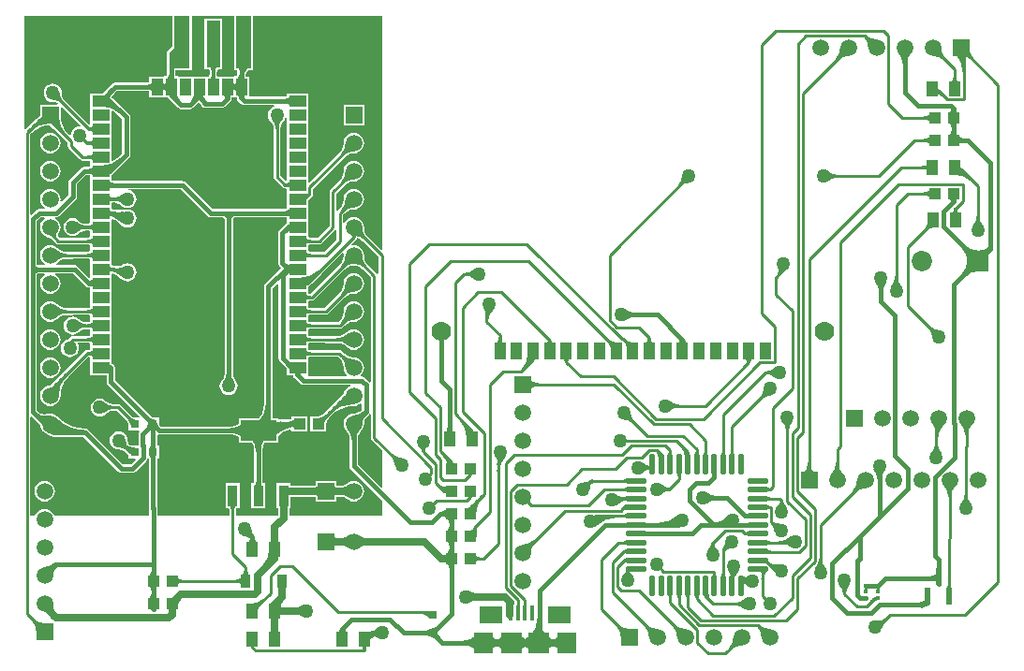
<source format=gtl>
%FSLAX44Y44*%
%MOMM*%
G71*
G01*
G75*
G04 Layer_Physical_Order=1*
G04 Layer_Color=255*
%ADD10C,0.3810*%
%ADD11C,0.2540*%
%ADD12C,0.6350*%
%ADD13R,1.2700X4.2000*%
%ADD14R,1.3500X4.7000*%
%ADD15R,2.1000X1.6000*%
%ADD16R,0.4000X1.3500*%
%ADD17R,1.9000X1.9000*%
%ADD18R,1.8000X1.9000*%
%ADD19R,0.9000X1.9000*%
%ADD20R,3.2000X1.9000*%
%ADD21R,1.5240X1.0160*%
%ADD22R,1.0160X1.5240*%
%ADD23R,1.1000X1.0000*%
%ADD24R,0.9100X1.2200*%
%ADD25R,0.8000X0.8000*%
%ADD26R,0.8000X0.8000*%
%ADD27R,1.0000X1.3500*%
%ADD28R,0.3700X0.4300*%
%ADD29R,0.3700X0.3000*%
%ADD30R,0.6000X1.6000*%
%ADD31O,1.9000X0.5500*%
%ADD32O,0.5500X1.9000*%
%ADD33C,1.5000*%
%ADD34R,1.5000X1.5000*%
%ADD35R,1.8500X1.8500*%
%ADD36C,1.8500*%
%ADD37R,1.5000X1.5000*%
%ADD38R,1.0000X1.5240*%
%ADD39C,1.7780*%
%ADD40C,1.2700*%
G36*
X59382Y362807D02*
X59674Y362845D01*
X61722Y362438D01*
Y359102D01*
Y346402D01*
Y346160D01*
X60549Y345674D01*
X50507Y355715D01*
X49289Y356529D01*
X47852Y356815D01*
X30959D01*
X30551Y358018D01*
X32017Y359143D01*
X32146Y359311D01*
X34457Y361084D01*
X37343Y362280D01*
X40167Y362651D01*
X40441Y362625D01*
Y362652D01*
X45466D01*
X46472Y362852D01*
X59382D01*
Y362807D01*
D02*
G37*
G36*
X302817Y356050D02*
X305704Y354854D01*
X307964Y353120D01*
X308138Y352908D01*
X308158Y352927D01*
X308158Y352927D01*
X315154Y345931D01*
Y251247D01*
X313939Y250879D01*
X313558Y251448D01*
X309875Y255131D01*
X308657Y255945D01*
Y255945D01*
X308657D01*
D01*
D01*
D01*
D01*
X308657D01*
Y255945D01*
D01*
D01*
X308657Y255945D01*
X308657Y255945D01*
X308657Y255945D01*
X308657D01*
X307220Y256231D01*
X306603D01*
X306195Y257434D01*
X306337Y257543D01*
X307824Y259481D01*
X308759Y261738D01*
X309078Y264160D01*
X308759Y266582D01*
X307824Y268839D01*
X306337Y270777D01*
X304399Y272264D01*
X302142Y273199D01*
X299720Y273518D01*
X299509Y273490D01*
X296623Y273870D01*
X293736Y275066D01*
X291476Y276800D01*
X291302Y277012D01*
X291282Y276993D01*
X291282Y276993D01*
X289117Y279158D01*
X288109Y279831D01*
X286920Y280068D01*
X260658D01*
Y280114D01*
X260366Y280075D01*
X258318Y280483D01*
Y282802D01*
Y286138D01*
X260366Y286545D01*
X260658Y286506D01*
Y286552D01*
X273663D01*
X274166Y286452D01*
X284680D01*
Y286425D01*
X284953Y286451D01*
X287777Y286080D01*
X290663Y284884D01*
X292974Y283111D01*
X293103Y282943D01*
X295041Y281456D01*
X297298Y280521D01*
X299720Y280202D01*
X302142Y280521D01*
X304399Y281456D01*
X306337Y282943D01*
X307824Y284881D01*
X308759Y287138D01*
X309078Y289560D01*
X308759Y291982D01*
X307824Y294239D01*
X306337Y296177D01*
X304399Y297664D01*
X302142Y298599D01*
X299720Y298918D01*
X297298Y298599D01*
X295041Y297664D01*
X293103Y296177D01*
X292974Y296009D01*
X290663Y294236D01*
X287777Y293040D01*
X284953Y292669D01*
X284680Y292696D01*
Y292668D01*
X274569D01*
X274429Y292696D01*
X274066Y292768D01*
X260658D01*
Y292814D01*
X260366Y292775D01*
X258318Y293183D01*
Y295502D01*
Y298838D01*
X260366Y299245D01*
X260658Y299206D01*
Y299252D01*
X287120D01*
X288309Y299489D01*
X289318Y300163D01*
X291282Y302127D01*
X291282Y302127D01*
X291302Y302108D01*
X291476Y302320D01*
X293736Y304054D01*
X296623Y305250D01*
X299509Y305630D01*
X299720Y305602D01*
X302142Y305921D01*
X304399Y306856D01*
X306337Y308343D01*
X307824Y310281D01*
X308759Y312538D01*
X309078Y314960D01*
X308759Y317382D01*
X307824Y319639D01*
X306337Y321577D01*
X304399Y323064D01*
X302142Y323999D01*
X299720Y324318D01*
X297298Y323999D01*
X295041Y323064D01*
X293103Y321577D01*
X291616Y319639D01*
X290681Y317382D01*
X290362Y314960D01*
X290390Y314749D01*
X290010Y311863D01*
X288814Y308976D01*
X287080Y306716D01*
X286868Y306542D01*
X286887Y306522D01*
X286887Y306522D01*
X285833Y305468D01*
X260658D01*
Y305514D01*
X260366Y305475D01*
X258318Y305882D01*
Y308202D01*
Y311538D01*
X260366Y311945D01*
X260658Y311906D01*
Y311952D01*
X274420D01*
X275609Y312189D01*
X276618Y312863D01*
X291282Y327527D01*
X291282D01*
Y327527D01*
X291283Y327527D01*
X291302Y327508D01*
X291304Y327510D01*
X291304Y327510D01*
X291447Y327684D01*
X291476Y327720D01*
X293736Y329454D01*
X296623Y330650D01*
X299509Y331030D01*
X299720Y331002D01*
X302142Y331321D01*
X304399Y332256D01*
X306337Y333743D01*
X307824Y335681D01*
X308759Y337938D01*
X309078Y340360D01*
X308759Y342782D01*
X307824Y345039D01*
X306337Y346977D01*
X304399Y348464D01*
X302142Y349399D01*
X299720Y349718D01*
X297298Y349399D01*
X295041Y348464D01*
X293103Y346977D01*
X291616Y345039D01*
X290681Y342782D01*
X290362Y340360D01*
X290390Y340149D01*
X290010Y337262D01*
X288814Y334376D01*
X287080Y332116D01*
X286868Y331942D01*
X286887Y331922D01*
X286887Y331922D01*
X273133Y318168D01*
X260658D01*
Y318214D01*
X260366Y318175D01*
X258318Y318582D01*
Y320902D01*
Y324238D01*
X260366Y324645D01*
X260658Y324606D01*
Y324652D01*
X261720D01*
X262909Y324889D01*
X263918Y325563D01*
X291282Y352927D01*
X291282D01*
X291282Y352927D01*
X291302Y352908D01*
X291476Y353120D01*
X293736Y354854D01*
X296623Y356050D01*
X299509Y356430D01*
X299720Y356402D01*
X299931Y356430D01*
X302817Y356050D01*
D02*
G37*
G36*
X290561Y367269D02*
X290362Y365760D01*
X290390Y365549D01*
X290010Y362663D01*
X288814Y359776D01*
X287080Y357516D01*
X286868Y357342D01*
X286887Y357322D01*
X286887Y357322D01*
X260452Y330886D01*
X260366Y330875D01*
X258318Y331283D01*
Y333602D01*
Y337484D01*
X258845Y337589D01*
X259854Y338263D01*
X261976Y340386D01*
X262076Y340467D01*
X262076Y340467D01*
X262067Y340476D01*
X266100Y344509D01*
X266433Y344782D01*
Y344782D01*
Y344842D01*
X270520Y348929D01*
X270756Y349131D01*
Y349131D01*
Y349165D01*
X289422Y367831D01*
X290561Y367269D01*
D02*
G37*
G36*
X60915Y438179D02*
X60915Y438179D01*
Y438179D01*
X61722Y438065D01*
Y435102D01*
Y422602D01*
Y409902D01*
Y397202D01*
Y394883D01*
X59674Y394475D01*
X59382Y394514D01*
Y394468D01*
X57784D01*
Y394482D01*
X57673Y394471D01*
X55411Y394769D01*
X53200Y395685D01*
X51367Y397092D01*
X51317Y397157D01*
X49619Y398460D01*
X47642Y399279D01*
X45520Y399558D01*
X43398Y399279D01*
X41421Y398460D01*
X39723Y397157D01*
X38420Y395459D01*
X37601Y393482D01*
X37322Y391360D01*
X37601Y389238D01*
X38420Y387261D01*
X39723Y385563D01*
X41421Y384260D01*
X43398Y383441D01*
X45520Y383162D01*
X47642Y383441D01*
X49619Y384260D01*
X51317Y385563D01*
X51367Y385629D01*
X53200Y387035D01*
X55411Y387951D01*
X57673Y388249D01*
X57784Y388238D01*
Y388252D01*
X59382D01*
Y388206D01*
X59674Y388245D01*
X61722Y387838D01*
Y384502D01*
Y382183D01*
X59674Y381775D01*
X59382Y381814D01*
Y381768D01*
X34107D01*
X32436Y383439D01*
X32108Y384231D01*
X32428Y385004D01*
X32399Y385029D01*
X32454Y385112D01*
X33504Y386481D01*
X34439Y388738D01*
X34758Y391160D01*
X34439Y393582D01*
X33504Y395839D01*
X32017Y397777D01*
X30079Y399264D01*
X30246Y400105D01*
X30480D01*
X31917Y400391D01*
X33135Y401205D01*
X48375Y416445D01*
X49189Y417663D01*
X49475Y419100D01*
Y430245D01*
X57435Y438205D01*
X60915D01*
X60915Y438179D01*
D02*
G37*
G36*
X283931Y388112D02*
Y379966D01*
X273033Y369068D01*
X260658D01*
Y369114D01*
X260366Y369075D01*
X258318Y369483D01*
Y371802D01*
Y375138D01*
X260366Y375545D01*
X260658Y375507D01*
Y375552D01*
X268424D01*
X269613Y375789D01*
X270622Y376463D01*
X282757Y388598D01*
X283931Y388112D01*
D02*
G37*
G36*
X20249Y398902D02*
X18783Y397777D01*
X17296Y395839D01*
X16361Y393582D01*
X16042Y391160D01*
X16361Y388738D01*
X17296Y386481D01*
X18783Y384543D01*
X20721Y383056D01*
X22978Y382121D01*
X25265Y381820D01*
X26152Y380933D01*
X26162Y380920D01*
X26163Y380922D01*
X28063Y379022D01*
X28080Y379000D01*
X28082Y379003D01*
X30622Y376463D01*
X31631Y375789D01*
X32820Y375552D01*
X59382D01*
Y375507D01*
X59674Y375545D01*
X61722Y375138D01*
Y371802D01*
Y369483D01*
X59674Y369075D01*
X59382Y369114D01*
Y369068D01*
X45666D01*
X44660Y368868D01*
X40441D01*
Y368895D01*
X40167Y368869D01*
X37343Y369240D01*
X34457Y370436D01*
X32146Y372209D01*
X32017Y372377D01*
X30079Y373864D01*
X27822Y374799D01*
X25400Y375118D01*
X22978Y374799D01*
X20721Y373864D01*
X18783Y372377D01*
X17296Y370439D01*
X16361Y368182D01*
X16042Y365760D01*
X16361Y363338D01*
X17296Y361081D01*
X18783Y359143D01*
X20249Y358018D01*
X19841Y356815D01*
X14255D01*
X13407Y357663D01*
Y396717D01*
X16795Y400105D01*
X19841D01*
X20249Y398902D01*
D02*
G37*
G36*
X231703Y339741D02*
Y272514D01*
X231989Y271077D01*
X232803Y269858D01*
X239522Y263139D01*
Y257402D01*
X242807D01*
X245165Y257092D01*
Y257091D01*
X245165D01*
X245451Y255654D01*
X246265Y254436D01*
X247483Y253622D01*
X247559Y253607D01*
X251345Y249821D01*
X252563Y249007D01*
X254000Y248721D01*
X296268D01*
X296516Y247475D01*
X295041Y246864D01*
X293103Y245377D01*
X291616Y243439D01*
X290681Y241182D01*
X290631Y240807D01*
X288515Y238690D01*
X288377Y238577D01*
X288389Y238564D01*
D01*
X284392Y234567D01*
X284020Y234262D01*
X284053Y234228D01*
X279965Y230140D01*
X279698Y229912D01*
X279717Y229892D01*
X275799Y225974D01*
X275348Y225589D01*
X275381Y225556D01*
X275381Y225556D01*
X272642Y222817D01*
X272565D01*
X272565Y222817D01*
Y222817D01*
X272565Y222817D01*
D01*
X272310Y222485D01*
X271314Y221489D01*
X269884Y220533D01*
X268103Y220179D01*
X268080Y220198D01*
Y220198D01*
X267780Y220138D01*
X260302D01*
Y206582D01*
X274858D01*
Y213060D01*
X274918Y213360D01*
X274924D01*
X275166Y215197D01*
X275875Y216909D01*
X277003Y218379D01*
X277003Y218379D01*
X277003Y218379D01*
Y218388D01*
X279953Y221338D01*
X283130Y224052D01*
X286906Y226366D01*
X290998Y228061D01*
X295305Y229095D01*
X299530Y229427D01*
X299720Y229402D01*
X302142Y229721D01*
X304399Y230656D01*
X306009Y231891D01*
X307148Y231329D01*
Y226098D01*
X306624Y225574D01*
X306608D01*
X306608Y225574D01*
Y225574D01*
X306608Y225574D01*
D01*
X306537Y225487D01*
X306461Y225412D01*
X304611Y223992D01*
X302251Y223015D01*
X299860Y222700D01*
X299720Y222718D01*
X297298Y222399D01*
X295041Y221464D01*
X293103Y219977D01*
X291616Y218039D01*
X290681Y215782D01*
X290362Y213360D01*
X290681Y210938D01*
X291616Y208681D01*
X293103Y206743D01*
X293214Y206657D01*
X294683Y204743D01*
X295660Y202384D01*
X295965Y200072D01*
Y199964D01*
X295954Y199853D01*
X295965D01*
Y175260D01*
X296251Y173823D01*
X296251Y173823D01*
X296251Y173823D01*
X297065Y172605D01*
X325882Y143787D01*
Y130810D01*
X325374Y130302D01*
X241410D01*
Y137022D01*
X242638D01*
Y147350D01*
X264256D01*
X265042Y147194D01*
Y143122D01*
X283598D01*
Y147194D01*
X284384Y147350D01*
X289656D01*
X291371Y147009D01*
X292995Y145924D01*
X293103Y145783D01*
X293091Y145771D01*
X293305Y145628D01*
X295041Y144296D01*
X297298Y143361D01*
X299720Y143042D01*
X302142Y143361D01*
X304399Y144296D01*
X306337Y145783D01*
X307824Y147721D01*
X308759Y149978D01*
X309078Y152400D01*
X308759Y154822D01*
X307824Y157079D01*
X306337Y159017D01*
X304399Y160504D01*
X302142Y161439D01*
X299720Y161758D01*
X297298Y161439D01*
X295041Y160504D01*
X293305Y159172D01*
X293091Y159029D01*
X293103Y159017D01*
X292995Y158876D01*
X291371Y157791D01*
X289656Y157450D01*
X284384D01*
X283598Y157606D01*
Y161678D01*
X265042D01*
Y157606D01*
X264256Y157450D01*
X242638D01*
Y159578D01*
X230082D01*
Y137022D01*
X231310D01*
Y130302D01*
X193468D01*
Y135502D01*
X193501D01*
X193479Y135675D01*
X193747Y137022D01*
X196638D01*
Y159578D01*
X184082D01*
Y137022D01*
X186973D01*
X187241Y135675D01*
X187218Y135502D01*
X187252D01*
Y130302D01*
X122255D01*
Y136906D01*
X121969Y138343D01*
X121855Y138514D01*
Y182182D01*
X123878D01*
Y193738D01*
X121855D01*
Y203002D01*
X122837Y203808D01*
X124160Y203545D01*
X188524D01*
Y203510D01*
X188873Y203545D01*
X189060D01*
X192316Y203116D01*
X195582Y201763D01*
Y196022D01*
X207823D01*
X209176Y192756D01*
X209605Y189500D01*
Y189313D01*
X209571Y188964D01*
X209605D01*
Y159578D01*
X207082D01*
Y137022D01*
X219638D01*
Y159578D01*
X217115D01*
Y188964D01*
X217150D01*
X217115Y189313D01*
Y189500D01*
X217544Y192756D01*
X218897Y196022D01*
X231138D01*
Y202391D01*
X232905Y203900D01*
X236928Y206366D01*
X241287Y208171D01*
X242305Y208415D01*
X243302Y207629D01*
Y206582D01*
X257858D01*
Y220138D01*
X243302D01*
Y217236D01*
X243302D01*
X242608Y217139D01*
Y217139D01*
X242608D01*
X242608Y217135D01*
X242007D01*
Y217135D01*
X241756Y217115D01*
X233436D01*
Y217149D01*
X233088Y217115D01*
X231138D01*
Y218578D01*
X226341D01*
X226259Y218987D01*
Y222480D01*
X226293Y222821D01*
X226259D01*
Y231716D01*
X226283Y232019D01*
X226259D01*
Y335957D01*
X230529Y340227D01*
X231703Y339741D01*
D02*
G37*
G36*
X315154Y222089D02*
Y200914D01*
X315154Y200914D01*
X315154D01*
X315391Y199725D01*
X316064Y198717D01*
X325882Y188899D01*
Y156068D01*
X324709Y155582D01*
X303475Y176815D01*
Y199853D01*
X303486D01*
X303475Y199964D01*
Y200072D01*
X303780Y202384D01*
X304757Y204743D01*
X306225Y206657D01*
X306337Y206743D01*
X307824Y208681D01*
X308759Y210938D01*
X309078Y213360D01*
X309060Y213500D01*
X309375Y215891D01*
X310352Y218251D01*
X311772Y220101D01*
X311847Y220177D01*
X311934Y220248D01*
Y220248D01*
Y220264D01*
X313558Y221888D01*
X313939Y222457D01*
X315154Y222089D01*
D02*
G37*
G36*
X9537Y218832D02*
X9536Y218832D01*
X9542Y218827D01*
X13961Y214408D01*
X13961Y214408D01*
X13940Y214387D01*
X14122Y214247D01*
X16199Y212171D01*
X16361Y210938D01*
X17296Y208681D01*
X17683Y208176D01*
X17747Y207856D01*
X18530Y206683D01*
X18530Y206683D01*
X18536Y206682D01*
D01*
X18681Y206506D01*
X21155Y204476D01*
X23978Y202967D01*
X26463Y202213D01*
X26757Y202017D01*
Y202017D01*
X26757Y202017D01*
D01*
D01*
D01*
X26757D01*
Y202017D01*
D01*
X26757Y202017D01*
X26757Y202017D01*
X28194Y201731D01*
X30160D01*
X30225Y201724D01*
Y201731D01*
X38746D01*
X39242Y201682D01*
Y201731D01*
X47849D01*
X48259Y201699D01*
Y201731D01*
X55722D01*
X87134Y170319D01*
X88352Y169505D01*
X88591Y169457D01*
X89789Y169219D01*
X99823D01*
X101260Y169505D01*
X102478Y170319D01*
Y170319D01*
X102478D01*
D01*
D01*
D01*
D01*
D01*
D01*
X102478D01*
D01*
X102478D01*
Y170319D01*
D01*
D01*
D01*
D01*
Y170319D01*
D01*
D01*
D01*
D01*
D01*
D01*
Y170319D01*
D01*
D01*
X102478D01*
D01*
D01*
D01*
X111938Y179779D01*
X112752Y180997D01*
X112988Y182182D01*
X114345D01*
Y137306D01*
X114630Y135869D01*
X114745Y135698D01*
Y130302D01*
X28995D01*
X28424Y131679D01*
X26937Y133617D01*
X24999Y135104D01*
X22742Y136039D01*
X20320Y136358D01*
X17898Y136039D01*
X15641Y135104D01*
X13703Y133617D01*
X12216Y131679D01*
X11645Y130302D01*
X7292D01*
Y219418D01*
X8465Y219904D01*
X9537Y218832D01*
D02*
G37*
G36*
X302817Y381450D02*
X305704Y380254D01*
X307964Y378520D01*
X308138Y378308D01*
X308138Y378308D01*
X308158Y378327D01*
X322012Y364473D01*
Y349279D01*
X320797Y348910D01*
X320460Y349416D01*
X312553Y357322D01*
X312553Y357322D01*
X312572Y357342D01*
X312360Y357516D01*
X310626Y359776D01*
X309430Y362663D01*
X309050Y365549D01*
X309078Y365760D01*
X308759Y368182D01*
X307824Y370439D01*
X306337Y372377D01*
X304399Y373864D01*
X302142Y374799D01*
X299720Y375118D01*
X298211Y374919D01*
X297649Y376058D01*
X301917Y380326D01*
X302321Y380931D01*
X302591Y381335D01*
X302619Y381476D01*
X302817Y381450D01*
D02*
G37*
G36*
X57797Y337805D02*
X59015Y336991D01*
X60452Y336705D01*
X60915D01*
X60915Y336679D01*
X60915D01*
Y336679D01*
X61722Y336565D01*
Y333602D01*
Y320902D01*
Y318582D01*
X59674Y318175D01*
X59382Y318214D01*
Y318168D01*
X45566D01*
X45063Y318068D01*
X40441D01*
Y318095D01*
X40167Y318069D01*
X37343Y318440D01*
X34457Y319636D01*
X32146Y321409D01*
X32017Y321577D01*
X30079Y323064D01*
X27822Y323999D01*
X25400Y324318D01*
X22978Y323999D01*
X20721Y323064D01*
X18783Y321577D01*
X17296Y319639D01*
X16361Y317382D01*
X16042Y314960D01*
X16361Y312538D01*
X17296Y310281D01*
X18783Y308343D01*
X20721Y306856D01*
X22978Y305921D01*
X25400Y305602D01*
X27822Y305921D01*
X30079Y306856D01*
X32017Y308343D01*
X32146Y308511D01*
X34457Y310284D01*
X37343Y311480D01*
X40167Y311851D01*
X40441Y311824D01*
Y311852D01*
X45466D01*
X45969Y311952D01*
X59382D01*
Y311906D01*
X59674Y311945D01*
X61722Y311538D01*
Y308202D01*
Y305870D01*
X61624Y305804D01*
X59636Y305409D01*
X59623Y305411D01*
Y305406D01*
X59429Y305368D01*
X57984D01*
Y305382D01*
X57873Y305371D01*
X55611Y305669D01*
X53400Y306585D01*
X51567Y307991D01*
X51517Y308057D01*
X49819Y309360D01*
X47842Y310179D01*
X45720Y310458D01*
X43598Y310179D01*
X41621Y309360D01*
X39923Y308057D01*
X38620Y306359D01*
X37801Y304382D01*
X37522Y302260D01*
X37801Y300138D01*
X38620Y298161D01*
X39923Y296463D01*
X41621Y295160D01*
X43598Y294341D01*
X45720Y294062D01*
X47842Y294341D01*
X49819Y295160D01*
X51517Y296463D01*
X51567Y296529D01*
X53400Y297935D01*
X55611Y298851D01*
X57873Y299149D01*
X57984Y299138D01*
Y299138D01*
X59106D01*
X59140Y299103D01*
Y299103D01*
X59512Y299152D01*
X59845D01*
X61722Y298779D01*
Y295502D01*
Y293183D01*
X59674Y292775D01*
X59382Y292814D01*
Y292768D01*
X45820D01*
X44631Y292531D01*
X43623Y291858D01*
X41710Y289944D01*
X41058Y289859D01*
X39081Y289040D01*
X37383Y287737D01*
X36080Y286039D01*
X35261Y284062D01*
X34982Y281940D01*
X35261Y279818D01*
X36080Y277841D01*
X37383Y276143D01*
X39081Y274840D01*
X41058Y274021D01*
X43180Y273742D01*
X45302Y274021D01*
X47279Y274840D01*
X48977Y276143D01*
X50280Y277841D01*
X51099Y279818D01*
X51378Y281940D01*
X51099Y284062D01*
X50280Y286039D01*
X50533Y286552D01*
X59382D01*
Y286506D01*
X59674Y286545D01*
X61722Y286138D01*
Y282802D01*
Y280483D01*
X59674Y280075D01*
X59382Y280114D01*
Y280068D01*
X58520D01*
X57331Y279831D01*
X56323Y279158D01*
X37430Y260265D01*
X37406Y260289D01*
X37123Y259958D01*
X33094Y255929D01*
X33094Y255929D01*
X33053Y255969D01*
X32681Y255516D01*
X28758Y251593D01*
X28738Y251612D01*
X28558Y251393D01*
X25265Y248100D01*
X22978Y247799D01*
X20721Y246864D01*
X18783Y245377D01*
X17296Y243439D01*
X16361Y241182D01*
X16042Y238760D01*
X16361Y236338D01*
X17296Y234081D01*
X18783Y232143D01*
X20721Y230656D01*
X22978Y229721D01*
X25400Y229402D01*
X27822Y229721D01*
X30079Y230656D01*
X32017Y232143D01*
X33504Y234081D01*
X34439Y236338D01*
X34758Y238760D01*
X34718Y239063D01*
X35154Y243490D01*
X36534Y248039D01*
X38774Y252231D01*
X41470Y255515D01*
X59779Y273824D01*
X61722Y273438D01*
Y270102D01*
Y257402D01*
X76509D01*
Y251196D01*
X76795Y249759D01*
X77609Y248540D01*
X105838Y220311D01*
X105352Y219138D01*
X101900D01*
X101600Y219198D01*
Y219198D01*
X100267Y219463D01*
X99197Y220179D01*
X99154Y220235D01*
X99137Y220218D01*
X89066Y230289D01*
X88057Y230963D01*
X86868Y231200D01*
X82368D01*
Y231214D01*
X82257Y231203D01*
X79995Y231501D01*
X77784Y232417D01*
X75951Y233823D01*
X75901Y233889D01*
X74203Y235192D01*
X72226Y236011D01*
X70104Y236290D01*
X67982Y236011D01*
X66005Y235192D01*
X64307Y233889D01*
X63004Y232191D01*
X62185Y230214D01*
X61906Y228092D01*
X62185Y225970D01*
X63004Y223993D01*
X64307Y222295D01*
X66005Y220992D01*
X67982Y220173D01*
X70104Y219894D01*
X72226Y220173D01*
X74203Y220992D01*
X75901Y222295D01*
X75951Y222361D01*
X77784Y223767D01*
X79995Y224683D01*
X82257Y224981D01*
X82368Y224970D01*
Y224984D01*
X85581D01*
X94742Y215823D01*
X94742Y215823D01*
X94726Y215806D01*
X94782Y215763D01*
X95497Y214693D01*
X95762Y213360D01*
X95762D01*
X95822Y213060D01*
Y207582D01*
X105368D01*
X105967Y206462D01*
X105306Y205473D01*
X105020Y204036D01*
Y193993D01*
X104811Y193738D01*
X101900D01*
X101600Y193798D01*
Y193798D01*
X101559Y193762D01*
X98307Y194190D01*
X96265Y195036D01*
X95865Y196001D01*
X95563Y198292D01*
X95574Y198374D01*
X95295Y200496D01*
X94476Y202473D01*
X93173Y204171D01*
X91475Y205474D01*
X89498Y206293D01*
X87376Y206572D01*
X85254Y206293D01*
X83277Y205474D01*
X81579Y204171D01*
X80276Y202473D01*
X79457Y200496D01*
X79178Y198374D01*
X79457Y196252D01*
X80276Y194275D01*
X81579Y192577D01*
X83277Y191274D01*
X85254Y190455D01*
X87376Y190176D01*
X87458Y190187D01*
X89749Y189885D01*
X91960Y188969D01*
X93770Y187580D01*
X93841Y187494D01*
X93840Y187494D01*
X93851Y187504D01*
X95592Y185763D01*
X95822Y185609D01*
Y182182D01*
X102061D01*
X102547Y181009D01*
X98267Y176729D01*
X91345D01*
X59933Y208141D01*
X58714Y208955D01*
X57277Y209241D01*
X56595D01*
X51776Y209620D01*
X46412Y210908D01*
X41315Y213019D01*
X36611Y215902D01*
X32417Y219485D01*
X32206Y219731D01*
X32084Y219890D01*
X32067Y219915D01*
X32062Y219918D01*
X32017Y219977D01*
X30079Y221464D01*
X27822Y222399D01*
X25400Y222718D01*
X22978Y222399D01*
X22634Y222257D01*
Y222257D01*
X22552Y222295D01*
X22552Y222295D01*
X22221Y222158D01*
X20243Y221898D01*
X18265Y222158D01*
X16423Y222921D01*
X14904Y224086D01*
X13407Y225583D01*
Y345440D01*
D01*
D01*
D01*
D01*
X13407D01*
D01*
D01*
D01*
D01*
Y345440D01*
X13407D01*
D01*
Y345440D01*
D01*
D01*
D01*
D01*
D01*
D01*
D01*
D01*
D01*
D01*
D01*
D01*
Y345440D01*
D01*
X13407D01*
D01*
D01*
D01*
D01*
X13407Y345440D01*
Y348457D01*
X14255Y349305D01*
X19841D01*
X20249Y348102D01*
X18783Y346977D01*
X17296Y345039D01*
X16361Y342782D01*
X16042Y340360D01*
X16361Y337938D01*
X17296Y335681D01*
X18783Y333743D01*
X20721Y332256D01*
X22978Y331321D01*
X25400Y331002D01*
X27822Y331321D01*
X30079Y332256D01*
X32017Y333743D01*
X33504Y335681D01*
X34439Y337938D01*
X34758Y340360D01*
X34439Y342782D01*
X33504Y345039D01*
X32017Y346977D01*
X30079Y348464D01*
X30246Y349305D01*
X46297D01*
X57797Y337805D01*
D02*
G37*
G36*
X286887Y272598D02*
X286887Y272598D01*
X286868Y272578D01*
X287080Y272404D01*
X288814Y270144D01*
X290010Y267257D01*
X290390Y264371D01*
X290362Y264160D01*
X290681Y261738D01*
X291616Y259481D01*
X293103Y257543D01*
X293245Y257434D01*
X292837Y256231D01*
X258318D01*
Y257402D01*
X258318D01*
Y270102D01*
Y273438D01*
X260366Y273845D01*
X260658Y273806D01*
Y273852D01*
X285633D01*
X286887Y272598D01*
D02*
G37*
G36*
X325882Y371052D02*
X324709Y370566D01*
X312553Y382722D01*
X312572Y382742D01*
X312360Y382916D01*
X310626Y385176D01*
X309430Y388063D01*
X309050Y390949D01*
X309078Y391160D01*
X308759Y393582D01*
X307824Y395839D01*
X306337Y397777D01*
X304399Y399264D01*
X302142Y400199D01*
X299720Y400518D01*
X297298Y400199D01*
X295041Y399264D01*
X293103Y397777D01*
X291616Y395839D01*
X291392Y395298D01*
X290146Y395546D01*
Y402591D01*
X291282Y403727D01*
X291282Y403727D01*
X291302Y403708D01*
X291476Y403920D01*
X293736Y405654D01*
X296623Y406850D01*
X299509Y407230D01*
X299720Y407202D01*
X302142Y407521D01*
X304399Y408456D01*
X306337Y409943D01*
X307824Y411881D01*
X308759Y414138D01*
X309078Y416560D01*
X308759Y418982D01*
X307824Y421239D01*
X306337Y423177D01*
X304399Y424664D01*
X302142Y425599D01*
X299720Y425918D01*
X297298Y425599D01*
X295041Y424664D01*
X293103Y423177D01*
X291616Y421239D01*
X290681Y418982D01*
X290362Y416560D01*
X290390Y416349D01*
X290010Y413462D01*
X288814Y410576D01*
X287080Y408316D01*
X286868Y408142D01*
X286887Y408122D01*
X286887Y408122D01*
X285205Y406440D01*
X284032Y406926D01*
Y421877D01*
X291282Y429127D01*
X291282Y429127D01*
X291302Y429108D01*
X291476Y429320D01*
X293736Y431054D01*
X296623Y432250D01*
X299509Y432630D01*
X299720Y432602D01*
X302142Y432921D01*
X304399Y433856D01*
X306337Y435343D01*
X307824Y437281D01*
X308759Y439538D01*
X309078Y441960D01*
X308759Y444382D01*
X307824Y446639D01*
X306337Y448577D01*
X304399Y450064D01*
X302142Y450999D01*
X299720Y451318D01*
X297298Y450999D01*
X295041Y450064D01*
X293103Y448577D01*
X291616Y446639D01*
X290681Y444382D01*
X290362Y441960D01*
X290390Y441749D01*
X290010Y438862D01*
X288814Y435976D01*
X287080Y433716D01*
X286868Y433542D01*
X286887Y433522D01*
X286887Y433522D01*
X278727Y425362D01*
X278053Y424353D01*
X277816Y423164D01*
Y392447D01*
X267137Y381768D01*
X260658D01*
Y381814D01*
X260366Y381775D01*
X258318Y382183D01*
Y384502D01*
Y397202D01*
Y409902D01*
Y415467D01*
X259308Y416457D01*
X259333Y416476D01*
X259333Y416476D01*
X259330Y416479D01*
X261711Y418860D01*
X261786Y418917D01*
Y418917D01*
X261795Y418924D01*
X261795Y418924D01*
X261795Y418924D01*
X261795D01*
X261786Y418935D01*
D01*
D01*
Y418935D01*
D01*
D01*
D01*
D01*
X261786D01*
D01*
D01*
D01*
D01*
D01*
D01*
X262459Y419943D01*
X262696Y421132D01*
Y425941D01*
X291282Y454527D01*
X291282Y454527D01*
X291302Y454508D01*
X291476Y454720D01*
X293736Y456454D01*
X296623Y457650D01*
X299509Y458030D01*
X299720Y458002D01*
X302142Y458321D01*
X304399Y459256D01*
X306337Y460743D01*
X307824Y462681D01*
X308759Y464938D01*
X309078Y467360D01*
X308759Y469782D01*
X307824Y472039D01*
X306337Y473977D01*
X304399Y475464D01*
X302142Y476399D01*
X299720Y476718D01*
X297298Y476399D01*
X295041Y475464D01*
X293103Y473977D01*
X291616Y472039D01*
X290681Y469782D01*
X290362Y467360D01*
X290390Y467149D01*
X290010Y464263D01*
X288814Y461376D01*
X287080Y459116D01*
X286868Y458942D01*
X286887Y458922D01*
X286887Y458922D01*
X259491Y431526D01*
X258318Y432012D01*
Y435102D01*
Y447802D01*
Y460502D01*
Y473202D01*
Y485902D01*
Y498602D01*
Y512318D01*
X239522D01*
Y509355D01*
X238715Y509241D01*
Y509241D01*
X238715D01*
X238715Y509215D01*
X204978D01*
Y527558D01*
X203028D01*
X202271Y528578D01*
X203017Y531037D01*
X204345Y533522D01*
X208781D01*
Y582132D01*
X325882D01*
Y371052D01*
D02*
G37*
G36*
X83343Y495621D02*
X85756Y493642D01*
X90225Y489173D01*
Y458247D01*
X85756Y453778D01*
X83343Y451799D01*
X81607Y450871D01*
X80518Y451524D01*
Y460502D01*
Y473202D01*
Y485902D01*
Y495896D01*
X81607Y496549D01*
X83343Y495621D01*
D02*
G37*
G36*
X52609Y483508D02*
X52070Y482416D01*
X49948Y482137D01*
X47971Y481318D01*
X46273Y480015D01*
X44970Y478317D01*
X44151Y476340D01*
X43988Y475098D01*
X42785Y474690D01*
X41470Y476005D01*
X38774Y479289D01*
X36534Y483481D01*
X35154Y488030D01*
X34693Y492711D01*
X34738Y492760D01*
X34738D01*
X34678Y493060D01*
Y499780D01*
X35851Y500266D01*
X52609Y483508D01*
D02*
G37*
G36*
X191725Y533522D02*
X194365D01*
Y528365D01*
X194339Y528365D01*
Y528365D01*
X188208Y527558D01*
X176243D01*
X175835Y529606D01*
X175874Y529898D01*
X175828D01*
Y530070D01*
X176145Y532480D01*
X176991Y534522D01*
X181031D01*
Y580078D01*
X164775D01*
Y534522D01*
X168712D01*
X169327Y533037D01*
X169612Y530871D01*
Y530121D01*
X169595Y529944D01*
X169595D01*
Y529927D01*
X169566Y529898D01*
X169566D01*
X169605Y529606D01*
X169198Y527558D01*
X144532D01*
X138401Y528365D01*
Y528365D01*
X138375Y528365D01*
Y533522D01*
X153181D01*
Y582132D01*
X191725D01*
Y533522D01*
D02*
G37*
G36*
X136125Y555583D02*
X131965Y551422D01*
X131151Y550204D01*
X130865Y548767D01*
Y528365D01*
X130839Y528365D01*
Y528365D01*
X124708Y527558D01*
X115062D01*
Y522055D01*
X114255Y521941D01*
Y521941D01*
X114255D01*
X114255Y521915D01*
X83820D01*
X82383Y521629D01*
X81165Y520815D01*
X78230Y517880D01*
X78212D01*
X78212Y517880D01*
Y517880D01*
X78212Y517880D01*
X78132Y517782D01*
X72667Y512318D01*
X61722D01*
Y498602D01*
Y485902D01*
Y484844D01*
X60549Y484358D01*
X38556Y506351D01*
X38566Y506362D01*
X38480Y506432D01*
X37091Y508242D01*
X36175Y510453D01*
X35873Y512744D01*
X35884Y512826D01*
X35605Y514948D01*
X34786Y516925D01*
X33483Y518623D01*
X31785Y519926D01*
X29808Y520745D01*
X27686Y521024D01*
X25564Y520745D01*
X23587Y519926D01*
X21889Y518623D01*
X20586Y516925D01*
X19767Y514948D01*
X19488Y512826D01*
X19767Y510704D01*
X20586Y508727D01*
X21889Y507029D01*
X23587Y505726D01*
X25564Y504907D01*
X27686Y504628D01*
X27768Y504639D01*
X30059Y504337D01*
X32270Y503421D01*
X32505Y503241D01*
X32097Y502038D01*
X16122D01*
Y492957D01*
X12767Y489602D01*
X12548Y489422D01*
X12567Y489402D01*
X8644Y485479D01*
X8191Y485107D01*
X8231Y485066D01*
X8231Y485066D01*
X4202Y481037D01*
X3871Y480754D01*
X3895Y480730D01*
X3241Y480076D01*
X2068Y480562D01*
Y582132D01*
X136125D01*
Y555583D01*
D02*
G37*
G36*
X239522Y490341D02*
Y485902D01*
Y473202D01*
Y460502D01*
Y447802D01*
Y435102D01*
Y433790D01*
X238349Y433304D01*
X233486Y438167D01*
Y480496D01*
X233500D01*
X233489Y480607D01*
X233787Y482869D01*
X234703Y485080D01*
X236109Y486913D01*
X236175Y486963D01*
X237478Y488661D01*
X238276Y490589D01*
X239522Y490341D01*
D02*
G37*
G36*
X167579Y401405D02*
X168797Y400591D01*
X170234Y400305D01*
X181579D01*
X182935Y398949D01*
Y258381D01*
X182883D01*
X182911Y258164D01*
X182702Y256574D01*
X182005Y254891D01*
X180902Y253454D01*
X180893Y253447D01*
X180892Y253448D01*
X180874Y253423D01*
X179590Y251749D01*
X178771Y249772D01*
X178492Y247650D01*
X178771Y245528D01*
X179590Y243551D01*
X180893Y241853D01*
X182591Y240550D01*
X184568Y239731D01*
X186690Y239452D01*
X188812Y239731D01*
X190789Y240550D01*
X192487Y241853D01*
X193790Y243551D01*
X194609Y245528D01*
X194888Y247650D01*
X194609Y249772D01*
X193790Y251749D01*
X192506Y253423D01*
X192488Y253448D01*
X192487Y253447D01*
X192478Y253454D01*
X191376Y254891D01*
X190678Y256574D01*
X190469Y258164D01*
X190497Y258381D01*
X190445D01*
Y398749D01*
X192002Y400305D01*
X238715D01*
X238715Y400279D01*
X238715D01*
Y400279D01*
X239522Y400165D01*
Y397202D01*
Y394976D01*
X238585Y394257D01*
X238582Y394260D01*
X238484Y394114D01*
X238337Y394015D01*
X236214Y391893D01*
X235917Y391664D01*
X235951Y391630D01*
X232549Y388227D01*
X231735Y387009D01*
X231449Y385572D01*
Y359048D01*
X231735Y357611D01*
X232549Y356393D01*
X234312Y354630D01*
X219849Y340167D01*
X219035Y338949D01*
X218749Y337512D01*
Y231419D01*
X218353Y227402D01*
X217006Y222962D01*
X214819Y218870D01*
X214579Y218578D01*
X195582D01*
Y212837D01*
X192316Y211484D01*
X189060Y211055D01*
X188873D01*
X188524Y211090D01*
Y211055D01*
X125715D01*
X124332Y212439D01*
X124334Y212441D01*
X124334D01*
X124334Y212441D01*
X123950Y213360D01*
X123950D01*
X123878Y213723D01*
Y219138D01*
X118463D01*
X118100Y219210D01*
Y219210D01*
X117185Y219589D01*
X117181Y219594D01*
X117179Y219592D01*
X84019Y252751D01*
Y264260D01*
X83733Y265697D01*
X82919Y266915D01*
X81701Y267729D01*
X80518Y267965D01*
Y270102D01*
Y282802D01*
Y295502D01*
Y308202D01*
Y320902D01*
Y333602D01*
Y346402D01*
Y348591D01*
X81538Y349347D01*
X83463Y348764D01*
X86667Y347051D01*
X89367Y344836D01*
X89453Y344723D01*
X91151Y343420D01*
X93128Y342601D01*
X95250Y342322D01*
X97372Y342601D01*
X99349Y343420D01*
X101047Y344723D01*
X102350Y346421D01*
X103169Y348398D01*
X103448Y350520D01*
X103169Y352642D01*
X102350Y354619D01*
X101047Y356317D01*
X99349Y357620D01*
X97372Y358439D01*
X95250Y358718D01*
X93128Y358439D01*
X91151Y357620D01*
X89519Y356368D01*
X88994D01*
X88635Y356415D01*
Y356368D01*
X82858D01*
X82858Y356388D01*
D01*
Y356396D01*
Y356398D01*
X82858Y356408D01*
Y356414D01*
Y356414D01*
D01*
D01*
X82858D01*
D01*
D01*
X82856Y356414D01*
X82855Y356413D01*
D01*
D01*
D01*
X82737Y356398D01*
X82503D01*
X82503D01*
X82452Y356398D01*
X80518Y356783D01*
Y359102D01*
Y371802D01*
Y384502D01*
Y397202D01*
Y398209D01*
X81607Y398862D01*
X85635Y396710D01*
X89277Y393720D01*
X89453Y393491D01*
X91151Y392188D01*
X93128Y391369D01*
X95250Y391090D01*
X97372Y391369D01*
X99349Y392188D01*
X101047Y393491D01*
X102350Y395189D01*
X103169Y397166D01*
X103448Y399288D01*
X103169Y401410D01*
X102350Y403387D01*
X101047Y405085D01*
X99349Y406388D01*
X97372Y407207D01*
X95250Y407486D01*
X93128Y407207D01*
X92368Y406892D01*
X90878Y407088D01*
X90478Y407168D01*
X90273D01*
X89861Y407222D01*
Y407168D01*
X84073D01*
X83729Y407202D01*
Y407202D01*
X82870D01*
X82858Y407214D01*
Y407214D01*
X82566Y407175D01*
X80518Y407583D01*
Y409902D01*
Y413238D01*
X82566Y413645D01*
X82858Y413606D01*
Y413638D01*
X82986D01*
Y413638D01*
X83097Y413649D01*
X85359Y413351D01*
X87570Y412435D01*
X89403Y411029D01*
X89453Y410963D01*
X91151Y409660D01*
X93128Y408841D01*
X95250Y408562D01*
X97372Y408841D01*
X99349Y409660D01*
X101047Y410963D01*
X102350Y412661D01*
X103169Y414638D01*
X103448Y416760D01*
X103169Y418882D01*
X102350Y420859D01*
X101047Y422557D01*
X99349Y423860D01*
X97372Y424679D01*
X95250Y424958D01*
X95997Y425705D01*
X143278D01*
X167579Y401405D01*
D02*
G37*
G36*
X28558Y480127D02*
X28738Y479908D01*
X28758Y479927D01*
X32681Y476004D01*
X33053Y475551D01*
X33094Y475591D01*
X33094Y475591D01*
X37123Y471562D01*
X37406Y471231D01*
X37430Y471255D01*
X41311Y467374D01*
Y464820D01*
X41311Y464820D01*
X41311D01*
X41547Y463631D01*
X42221Y462622D01*
X52381Y452463D01*
X53389Y451789D01*
Y451789D01*
X53389Y451789D01*
D01*
D01*
D01*
X53389D01*
Y451789D01*
D01*
X53389Y451789D01*
X53389Y451789D01*
X54578Y451552D01*
X59382D01*
Y451506D01*
X59674Y451545D01*
X61722Y451138D01*
Y447802D01*
Y445855D01*
X60915Y445741D01*
Y445741D01*
X60915D01*
X60915Y445715D01*
X55880D01*
X54681Y445477D01*
X54443Y445429D01*
X53225Y444615D01*
X43065Y434455D01*
X42251Y433237D01*
X41965Y431800D01*
Y420655D01*
X35683Y414374D01*
X34544Y414935D01*
X34758Y416560D01*
X34439Y418982D01*
X33504Y421239D01*
X32017Y423177D01*
X30079Y424664D01*
X27822Y425599D01*
X25400Y425918D01*
X22978Y425599D01*
X20721Y424664D01*
X18783Y423177D01*
X17296Y421239D01*
X16361Y418982D01*
X16042Y416560D01*
X16361Y414138D01*
X17296Y411881D01*
X18783Y409943D01*
X20249Y408818D01*
X19841Y407615D01*
X15240D01*
X13803Y407329D01*
X12585Y406515D01*
X8465Y402396D01*
X7292Y402882D01*
Y475337D01*
X8645Y476690D01*
X11929Y479385D01*
X16121Y481626D01*
X20670Y483006D01*
X25230Y483455D01*
X28558Y480127D01*
D02*
G37*
G36*
X114255Y514379D02*
X114255Y514379D01*
Y514379D01*
X115062Y514265D01*
Y508762D01*
X131548D01*
X131965Y508139D01*
X133282Y506822D01*
X133391Y506680D01*
X133407Y506697D01*
X138640Y501463D01*
X138690Y501403D01*
X138695Y501408D01*
X141109Y498995D01*
X141109Y498995D01*
X141109D01*
X141109Y498995D01*
X141109D01*
X141109Y498995D01*
Y498995D01*
Y498995D01*
D01*
D01*
X141109D01*
Y498995D01*
X142327Y498181D01*
X143764Y497895D01*
X151638D01*
X153075Y498181D01*
X154293Y498995D01*
Y498995D01*
X154293D01*
D01*
D01*
D01*
D01*
D01*
D01*
X154293D01*
D01*
X154293D01*
Y498995D01*
D01*
D01*
D01*
D01*
Y498995D01*
D01*
D01*
D01*
D01*
D01*
D01*
Y498995D01*
D01*
D01*
X154293D01*
D01*
D01*
D01*
X157088Y501789D01*
X157088Y501789D01*
X157122Y501755D01*
X157346Y502047D01*
X158846Y503548D01*
X160112Y503443D01*
X162044Y500737D01*
X162271Y500524D01*
X162445Y500265D01*
X162800Y500027D01*
X163112Y499734D01*
X163404Y499624D01*
X163663Y499451D01*
X164083Y499367D01*
X164483Y499216D01*
X164794Y499226D01*
X165100Y499165D01*
X180340D01*
X181777Y499451D01*
X182995Y500265D01*
Y500265D01*
X182995D01*
D01*
D01*
D01*
D01*
D01*
D01*
X182995D01*
D01*
X182995D01*
Y500265D01*
D01*
D01*
D01*
D01*
Y500265D01*
D01*
D01*
D01*
D01*
D01*
D01*
Y500265D01*
D01*
D01*
X182995D01*
D01*
D01*
D01*
X188075Y505345D01*
X188889Y506563D01*
X189175Y508000D01*
Y508000D01*
X189200D01*
X189183Y508132D01*
X189308Y508762D01*
X194232D01*
X194232Y508762D01*
D01*
X194340Y508000D01*
X194340D01*
X194340Y508000D01*
D01*
D01*
D01*
X194365Y508000D01*
X194651Y506563D01*
X194651Y506563D01*
X194651Y506563D01*
X195465Y505345D01*
X198005Y502805D01*
X199223Y501991D01*
X199461Y501943D01*
X200660Y501705D01*
X227478D01*
X227726Y500459D01*
X226279Y499860D01*
X224581Y498557D01*
X223278Y496859D01*
X222459Y494882D01*
X222180Y492760D01*
X222459Y490638D01*
X223278Y488661D01*
X224581Y486963D01*
X224647Y486913D01*
X226053Y485080D01*
X226969Y482869D01*
X227267Y480607D01*
X227256Y480496D01*
X227270D01*
Y436880D01*
X227270Y436880D01*
X227270D01*
X227507Y435691D01*
X228181Y434683D01*
X235600Y427263D01*
X236609Y426589D01*
X237798Y426352D01*
X237798D01*
Y426319D01*
X237968Y426341D01*
X239522Y426032D01*
Y422602D01*
Y409902D01*
Y407955D01*
X238715Y407841D01*
Y407841D01*
X238715D01*
X238715Y407815D01*
X171789D01*
X147489Y432115D01*
X146271Y432929D01*
Y432929D01*
X146271D01*
D01*
D01*
D01*
D01*
X146271D01*
Y432929D01*
D01*
D01*
X146271Y432929D01*
X146271Y432929D01*
X146271Y432929D01*
X146271D01*
X144834Y433215D01*
X81325D01*
X81325Y433241D01*
X81325D01*
Y433241D01*
X80518Y433355D01*
Y435102D01*
Y438457D01*
X80685Y438491D01*
X81903Y439305D01*
X84745Y442147D01*
X84773Y442169D01*
X84771Y442172D01*
X90930Y448331D01*
X91275Y448614D01*
Y448614D01*
X91305Y448639D01*
D01*
X91309Y448642D01*
X91275Y448676D01*
X91275Y448676D01*
Y448676D01*
D01*
X91275D01*
D01*
X96635Y454037D01*
X97449Y455255D01*
X97735Y456692D01*
Y490728D01*
X97449Y492165D01*
X96635Y493383D01*
X91275Y498744D01*
X91309Y498778D01*
X90930Y499089D01*
X84771Y505248D01*
X84773Y505251D01*
X84745Y505273D01*
X84697Y505321D01*
X84697Y505322D01*
X84698Y505322D01*
X84693Y505326D01*
X81903Y508115D01*
X81787Y508193D01*
X81710Y508309D01*
X81707Y508307D01*
X81172Y508718D01*
X81908Y510497D01*
X83363Y512393D01*
X85375Y514405D01*
X114255D01*
X114255Y514379D01*
D02*
G37*
%LPC*%
G36*
X25400Y451318D02*
X22978Y450999D01*
X20721Y450064D01*
X18783Y448577D01*
X17296Y446639D01*
X16361Y444382D01*
X16042Y441960D01*
X16361Y439538D01*
X17296Y437281D01*
X18783Y435343D01*
X20721Y433856D01*
X22978Y432921D01*
X25400Y432602D01*
X27822Y432921D01*
X30079Y433856D01*
X32017Y435343D01*
X33504Y437281D01*
X34439Y439538D01*
X34758Y441960D01*
X34439Y444382D01*
X33504Y446639D01*
X32017Y448577D01*
X30079Y450064D01*
X27822Y450999D01*
X25400Y451318D01*
D02*
G37*
G36*
X20320Y161758D02*
X17898Y161439D01*
X15641Y160504D01*
X13703Y159017D01*
X12216Y157079D01*
X11281Y154822D01*
X10962Y152400D01*
X11281Y149978D01*
X12216Y147721D01*
X13703Y145783D01*
X15641Y144296D01*
X17898Y143361D01*
X20320Y143042D01*
X22742Y143361D01*
X24999Y144296D01*
X26937Y145783D01*
X28424Y147721D01*
X29359Y149978D01*
X29678Y152400D01*
X29359Y154822D01*
X28424Y157079D01*
X26937Y159017D01*
X24999Y160504D01*
X22742Y161439D01*
X20320Y161758D01*
D02*
G37*
G36*
X308998Y502038D02*
X290442D01*
Y483482D01*
X308998D01*
Y502038D01*
D02*
G37*
G36*
X25400Y298918D02*
X22978Y298599D01*
X20721Y297664D01*
X18783Y296177D01*
X17296Y294239D01*
X16361Y291982D01*
X16042Y289560D01*
X16361Y287138D01*
X17296Y284881D01*
X18783Y282943D01*
X20721Y281456D01*
X22978Y280521D01*
X25400Y280202D01*
X27822Y280521D01*
X30079Y281456D01*
X32017Y282943D01*
X33504Y284881D01*
X34439Y287138D01*
X34758Y289560D01*
X34439Y291982D01*
X33504Y294239D01*
X32017Y296177D01*
X30079Y297664D01*
X27822Y298599D01*
X25400Y298918D01*
D02*
G37*
G36*
Y476718D02*
X22978Y476399D01*
X20721Y475464D01*
X18783Y473977D01*
X17296Y472039D01*
X16361Y469782D01*
X16042Y467360D01*
X16361Y464938D01*
X17296Y462681D01*
X18783Y460743D01*
X20721Y459256D01*
X22978Y458321D01*
X25400Y458002D01*
X27822Y458321D01*
X30079Y459256D01*
X32017Y460743D01*
X33504Y462681D01*
X34439Y464938D01*
X34758Y467360D01*
X34439Y469782D01*
X33504Y472039D01*
X32017Y473977D01*
X30079Y475464D01*
X27822Y476399D01*
X25400Y476718D01*
D02*
G37*
G36*
Y273518D02*
X22978Y273199D01*
X20721Y272264D01*
X18783Y270777D01*
X17296Y268839D01*
X16361Y266582D01*
X16042Y264160D01*
X16361Y261738D01*
X17296Y259481D01*
X18783Y257543D01*
X20721Y256056D01*
X22978Y255121D01*
X25400Y254802D01*
X27822Y255121D01*
X30079Y256056D01*
X32017Y257543D01*
X33504Y259481D01*
X34439Y261738D01*
X34758Y264160D01*
X34439Y266582D01*
X33504Y268839D01*
X32017Y270777D01*
X30079Y272264D01*
X27822Y273199D01*
X25400Y273518D01*
D02*
G37*
%LPD*%
D10*
X242608Y213360D02*
G03*
X247892Y215548I0J7472D01*
G01*
Y211171D02*
G03*
X242608Y213360I-5283J-5283D01*
G01*
X813968Y49530D02*
G03*
X817475Y52295I0J3607D01*
G01*
X809837Y49530D02*
G03*
X817766Y52814I0J11212D01*
G01*
X818540Y50945D02*
G03*
X813150Y48712I0J-7622D01*
G01*
X822064Y73660D02*
G03*
X827266Y75814I0J7356D01*
G01*
X386207Y209670D02*
G03*
X388668Y203728I8403J0D01*
G01*
X384291D02*
G03*
X386207Y208353I-4625J4625D01*
G01*
X289480Y27872D02*
G03*
X291669Y22589I7472J0D01*
G01*
X287292D02*
G03*
X289480Y27872I-5283J5283D01*
G01*
X208200Y109152D02*
G03*
X210389Y103869I7472J0D01*
G01*
X206012D02*
G03*
X208200Y109152I-5283J5283D01*
G01*
X118100Y193018D02*
G03*
X119581Y189441I5058J0D01*
G01*
X116618D02*
G03*
X118100Y193018I-3576J3576D01*
G01*
Y182902D02*
G03*
X116618Y186479I-5058J0D01*
G01*
X119581D02*
G03*
X118100Y182902I3576J-3576D01*
G01*
X114523Y209784D02*
G03*
X116005Y213360I-3576J3576D01*
G01*
X118100Y211265D02*
G03*
X114523Y209784I0J-5058D01*
G01*
X118100Y208302D02*
G03*
X116618Y211879I-5058J0D01*
G01*
X119581D02*
G03*
X118100Y208302I3576J-3576D01*
G01*
X121676Y209784D02*
G03*
X118100Y211265I-3576J-3576D01*
G01*
X120195Y213360D02*
G03*
X121676Y209784I5058J0D01*
G01*
X114523Y216936D02*
G03*
X118100Y215455I3576J3576D01*
G01*
X116005Y213360D02*
G03*
X114523Y216936I-5058J0D01*
G01*
X374416Y20564D02*
G03*
X370840Y22045I-3576J-3576D01*
G01*
X372935Y24140D02*
G03*
X374416Y20564I5058J0D01*
G01*
Y27717D02*
G03*
X372935Y24140I3576J-3576D01*
G01*
X370840Y26235D02*
G03*
X374416Y27717I0J5058D01*
G01*
X365782Y24140D02*
G03*
X369359Y25622I0J5058D01*
G01*
Y22659D02*
G03*
X365782Y24140I-3576J-3576D01*
G01*
X841620Y477372D02*
G03*
X843808Y472089I7472J0D01*
G01*
X839431D02*
G03*
X841620Y477372I-5283J5283D01*
G01*
X849592Y469900D02*
G03*
X844308Y467711I0J-7472D01*
G01*
Y472089D02*
G03*
X849592Y469900I5283J5283D01*
G01*
X841620Y497692D02*
G03*
X843808Y492408I7472J0D01*
G01*
X839431D02*
G03*
X841620Y497692I-5283J5283D01*
G01*
Y482748D02*
G03*
X839431Y488032I-7472J0D01*
G01*
X843808D02*
G03*
X841620Y482748I5283J-5283D01*
G01*
X379768Y132080D02*
G03*
X385052Y134269I0J7472D01*
G01*
Y129892D02*
G03*
X379768Y132080I-5283J-5283D01*
G01*
X387740Y124608D02*
G03*
X385552Y129892I-7472J0D01*
G01*
X389929D02*
G03*
X387740Y124608I5283J-5283D01*
G01*
Y104288D02*
G03*
X385552Y109572I-7472J0D01*
G01*
X389929D02*
G03*
X387740Y104288I5283J-5283D01*
G01*
Y119232D02*
G03*
X389929Y113948I7472J0D01*
G01*
X385552D02*
G03*
X387740Y119232I-5283J5283D01*
G01*
Y98912D02*
G03*
X389929Y93629I7472J0D01*
G01*
X385552D02*
G03*
X387740Y98912I-5283J5283D01*
G01*
Y83968D02*
G03*
X385552Y89251I-7472J0D01*
G01*
X389929D02*
G03*
X387740Y83968I5283J-5283D01*
G01*
X841620Y414392D02*
G03*
X839480Y419404I-6939J0D01*
G01*
X843760D02*
G03*
X841620Y414392I4798J-5012D01*
G01*
X118500Y58272D02*
G03*
X120689Y52989I7472J0D01*
G01*
X116312D02*
G03*
X118500Y58272I-5283J5283D01*
G01*
Y45720D02*
G03*
X117081Y48050I-2621J0D01*
G01*
X119919D02*
G03*
X118500Y45720I1202J-2329D01*
G01*
Y78592D02*
G03*
X120689Y73309I7472J0D01*
G01*
X116312D02*
G03*
X118500Y78592I-5283J5283D01*
G01*
Y66040D02*
G03*
X117081Y68370I-2621J0D01*
G01*
X119919D02*
G03*
X118500Y66040I1202J-2329D01*
G01*
D02*
G03*
X117081Y68370I-2621J0D01*
G01*
X119919D02*
G03*
X118500Y66040I1202J-2329D01*
G01*
Y63648D02*
G03*
X116312Y68931I-7472J0D01*
G01*
X120689D02*
G03*
X118500Y63648I5283J-5283D01*
G01*
X129585Y518160D02*
G03*
X124165Y515915I0J-7665D01*
G01*
Y520405D02*
G03*
X129585Y518160I5420J5420D01*
G01*
X114255D02*
G03*
X119675Y520405I0J7665D01*
G01*
Y515915D02*
G03*
X114255Y518160I-5420J-5420D01*
G01*
X134620Y528365D02*
G03*
X136865Y522945I7665J0D01*
G01*
X132375D02*
G03*
X134620Y528365I-5420J5420D01*
G01*
X126955Y518160D02*
G03*
X132375Y520405I0J7665D01*
G01*
Y515915D02*
G03*
X126955Y518160I-5420J-5420D01*
G01*
X137756Y515124D02*
G03*
X141351Y504063I12653J-2002D01*
G01*
X133993Y515719D02*
G03*
X136062Y509352I7284J-1153D01*
G01*
X160020Y510032D02*
G03*
X158395Y512892I-3329J0D01*
G01*
X161645D02*
G03*
X160020Y510032I1704J-2860D01*
G01*
X154432Y504444D02*
G03*
X156984Y514690I-7245J7245D01*
G01*
X158913Y508926D02*
G03*
X160627Y515806I-4865J4865D01*
G01*
X162553Y513705D02*
G03*
X162457Y506620I4772J-3608D01*
G01*
X160020Y510032D02*
G03*
X158395Y512892I-3329J0D01*
G01*
X161645D02*
G03*
X160020Y510032I1704J-2860D01*
G01*
X193085Y518160D02*
G03*
X187665Y515915I0J-7665D01*
G01*
Y520405D02*
G03*
X193085Y518160I5420J5420D01*
G01*
X185420Y508000D02*
G03*
X183184Y513366I-7556J0D01*
G01*
X187656D02*
G03*
X185420Y508000I5320J-5365D01*
G01*
X190455Y518160D02*
G03*
X195875Y520405I0J7665D01*
G01*
Y515915D02*
G03*
X190455Y518160I-5420J-5420D01*
G01*
X198120Y508000D02*
G03*
X195884Y513366I-7556J0D01*
G01*
X200356D02*
G03*
X198120Y508000I5320J-5365D01*
G01*
Y528365D02*
G03*
X200365Y522945I7665J0D01*
G01*
X195875D02*
G03*
X198120Y528365I-5420J5420D01*
G01*
X79248Y441960D02*
G03*
X76388Y440335I0J-3329D01*
G01*
Y443585D02*
G03*
X79248Y441960I2860J1704D01*
G01*
X60915D02*
G03*
X66335Y444205I0J7665D01*
G01*
Y439715D02*
G03*
X60915Y441960I-5420J-5420D01*
G01*
X73660Y445135D02*
G03*
X88619Y451331I0J21156D01*
G01*
X73660Y441325D02*
G03*
X82115Y444827I0J11958D01*
G01*
X79248Y505460D02*
G03*
X76388Y503835I0J-3329D01*
G01*
Y507085D02*
G03*
X79248Y505460I2860J1704D01*
G01*
X80876Y515216D02*
G03*
X76835Y505460I9756J-9756D01*
G01*
X88619Y496089D02*
G03*
X73660Y502285I-14959J-14959D01*
G01*
X82115Y502593D02*
G03*
X73660Y506095I-8455J-8455D01*
G01*
X82042Y502666D02*
G03*
X75662Y502996I-3373J-3373D01*
G01*
X79054Y505654D02*
G03*
X73260Y505953I-3063J-3063D01*
G01*
X81325Y429460D02*
G03*
X75905Y427215I0J-7665D01*
G01*
Y431705D02*
G03*
X81325Y429460I5420J5420D01*
G01*
X80264Y264260D02*
G03*
X76140Y262277I0J-5280D01*
G01*
Y266243D02*
G03*
X80264Y264260I4124J3297D01*
G01*
X60915Y340460D02*
G03*
X66335Y342705I0J7665D01*
G01*
Y338215D02*
G03*
X60915Y340460I-5420J-5420D01*
G01*
D02*
G03*
X66335Y342705I0J7665D01*
G01*
Y338215D02*
G03*
X60915Y340460I-5420J-5420D01*
G01*
X252168Y261165D02*
G03*
X248920Y257091I931J-4074D01*
G01*
Y257556D02*
G03*
X246908Y261804I-5490J0D01*
G01*
X250932D02*
G03*
X248920Y257556I3478J-4247D01*
G01*
X238715Y404060D02*
G03*
X244135Y406305I0J7665D01*
G01*
Y401815D02*
G03*
X238715Y404060I-5420J-5420D01*
G01*
X244338Y388929D02*
G03*
X238298Y388666I-2877J-3425D01*
G01*
X246788Y391846D02*
G03*
X241237Y391605I-2644J-3148D01*
G01*
X246410Y391994D02*
G03*
X238606Y388974I-485J-10338D01*
G01*
X240992Y391360D02*
G03*
X243603Y392898I0J2984D01*
G01*
Y389822D02*
G03*
X240992Y391360I-2610J-1445D01*
G01*
X244338Y350829D02*
G03*
X238298Y350566I-2877J-3425D01*
G01*
X246788Y353746D02*
G03*
X241237Y353505I-2644J-3148D01*
G01*
X246421Y353894D02*
G03*
X238722Y350990I-639J-9964D01*
G01*
X237898Y356354D02*
G03*
X244516Y355830I3616J3616D01*
G01*
X241055Y353197D02*
G03*
X246753Y352746I3113J3113D01*
G01*
X240992Y353260D02*
G03*
X243603Y354798I0J2984D01*
G01*
Y351722D02*
G03*
X240992Y353260I-2610J-1445D01*
G01*
D02*
G03*
X243603Y354798I0J2984D01*
G01*
Y351722D02*
G03*
X240992Y353260I-2610J-1445D01*
G01*
X238715Y505460D02*
G03*
X244135Y507705I0J7665D01*
G01*
Y503215D02*
G03*
X238715Y505460I-5420J-5420D01*
G01*
X213360Y188964D02*
G03*
X207990Y201930I-18336J0D01*
G01*
X218731D02*
G03*
X213360Y188964I12965J-12965D01*
G01*
X250578Y213360D02*
G03*
X225498Y202211I0J-33785D01*
G01*
X242007Y213360D02*
G03*
X222670Y204764I0J-26049D01*
G01*
X233436Y213360D02*
G03*
X219841Y207317I0J-18313D01*
G01*
X222504Y219253D02*
G03*
X225231Y212670I9309J0D01*
G01*
X214490Y212670D02*
G03*
X222504Y232019I-19349J19349D01*
G01*
X217184Y209976D02*
G03*
X222504Y222821I-12845J12845D01*
G01*
X188524Y207300D02*
G03*
X201490Y212670I0J18336D01*
G01*
Y201930D02*
G03*
X188524Y207300I-12965J-12965D01*
G01*
X213360Y159565D02*
G03*
X215195Y155135I6265J0D01*
G01*
X211525D02*
G03*
X213360Y159565I-4430J4430D01*
G01*
X399431Y15240D02*
G03*
X411543Y20257I0J17129D01*
G01*
Y10223D02*
G03*
X399431Y15240I-12112J-12112D01*
G01*
X433689D02*
G03*
X421577Y10223I0J-17129D01*
G01*
Y20257D02*
G03*
X433689Y15240I12112J12112D01*
G01*
X475431D02*
G03*
X487543Y20257I0J17129D01*
G01*
Y10223D02*
G03*
X475431Y15240I-12112J-12112D01*
G01*
X460896D02*
G03*
X447930Y9869I0J-18336D01*
G01*
Y20610D02*
G03*
X460896Y15240I12965J12965D01*
G01*
X424224D02*
G03*
X437189Y20610I0J18336D01*
G01*
Y9869D02*
G03*
X424224Y15240I-12965J-12965D01*
G01*
X448224D02*
G03*
X461189Y20610I0J18336D01*
G01*
Y9869D02*
G03*
X448224Y15240I-12965J-12965D01*
G01*
X484896D02*
G03*
X471930Y9869I0J-18336D01*
G01*
Y20610D02*
G03*
X484896Y15240I12965J12965D01*
G01*
X467560Y31161D02*
G03*
X471930Y20610I14921J0D01*
G01*
X461189Y20610D02*
G03*
X467560Y35991I-15380J15380D01*
G01*
X463884Y17916D02*
G03*
X467560Y26793I-8876J8876D01*
G01*
X198120Y535503D02*
G03*
X196827Y538624I-4414J0D01*
G01*
X203679D02*
G03*
X198120Y525204I13420J-13420D01*
G01*
X200985Y541318D02*
G03*
X198120Y534402I6916J-6916D01*
G01*
X797560Y540213D02*
G03*
X793604Y549764I-13507J0D01*
G01*
X801516D02*
G03*
X797560Y540213I9551J-9551D01*
G01*
X299720Y199853D02*
G03*
X295764Y209404I-13507J0D01*
G01*
X303676D02*
G03*
X299720Y199853I9551J-9551D01*
G01*
X309271Y222911D02*
G03*
X305315Y213360I9551J-9551D01*
G01*
X299720Y218955D02*
G03*
X309271Y222911I0J13507D01*
G01*
X29871Y85751D02*
G03*
X25915Y76200I9551J-9551D01*
G01*
X20320Y81795D02*
G03*
X29871Y85751I0J13507D01*
G01*
X378800Y293549D02*
G03*
X377672Y296272I-3851J0D01*
G01*
X379928D02*
G03*
X378800Y293549I2723J-2723D01*
G01*
X596800Y289492D02*
G03*
X598988Y284209I7472J0D01*
G01*
X594611D02*
G03*
X596800Y289492I-5283J5283D01*
G01*
X874776Y371856D02*
G03*
X870919Y361301I9427J-9427D01*
G01*
X864221Y367999D02*
G03*
X874776Y371856I1128J13284D01*
G01*
X851061Y348141D02*
G03*
X856255Y360680I-12539J12539D01*
G01*
X863600Y353335D02*
G03*
X851061Y348141I0J-17732D01*
G01*
Y373219D02*
G03*
X863600Y368025I12539J12539D01*
G01*
X856255Y360680D02*
G03*
X851061Y373219I-17732J0D01*
G01*
X12192Y221488D02*
G03*
X23701Y218691I8051J8051D01*
G01*
X16616Y217064D02*
G03*
X24858Y215061I5765J5765D01*
G01*
X29412Y217260D02*
G03*
X57276Y205486I27864J27084D01*
G01*
X26680Y214604D02*
G03*
X48259Y205486I21579J20975D01*
G01*
X23948Y211949D02*
G03*
X39242Y205486I15294J14866D01*
G01*
X21216Y209293D02*
G03*
X30225Y205486I9010J8757D01*
G01*
X776224Y334455D02*
G03*
X773081Y342043I-10731J0D01*
G01*
X779367D02*
G03*
X776224Y334455I7588J-7588D01*
G01*
X208200Y110570D02*
G03*
X200680Y113665I-7472J-7472D01*
G01*
X205105Y118090D02*
G03*
X208200Y110570I10567J-48D01*
G01*
X626111Y121920D02*
G03*
X638777Y128352I0J15687D01*
G01*
X633613Y121920D02*
G03*
X641853Y126105I0J10205D01*
G01*
X774700Y164529D02*
G03*
X771557Y172117I-10731J0D01*
G01*
X777843D02*
G03*
X774700Y164529I7588J-7588D01*
G01*
X625919Y146176D02*
G03*
X618331Y143033I0J-10731D01*
G01*
Y149319D02*
G03*
X625919Y146176I7588J7588D01*
G01*
X186690Y258381D02*
G03*
X189833Y250793I10731J0D01*
G01*
X183547D02*
G03*
X186690Y258381I-7588J7588D01*
G01*
X552259Y311912D02*
G03*
X544671Y308769I0J-10731D01*
G01*
Y315055D02*
G03*
X552259Y311912I7588J7588D01*
G01*
X576717Y121920D02*
G03*
X593503Y128873I0J23739D01*
G01*
X585915Y121920D02*
G03*
X596197Y126179I0J14541D01*
G01*
X642366Y121920D02*
X646176D01*
X626110D02*
X642366D01*
X731774Y86868D02*
X756920Y112014D01*
X198120Y518160D02*
Y556667D01*
X134620Y548767D02*
X144653Y558800D01*
X134620Y518160D02*
Y548767D01*
X9906Y350266D02*
X12700Y353060D01*
X9906Y355854D02*
X12700Y353060D01*
X47852D02*
X60452Y340460D01*
X9652Y353060D02*
X47852D01*
X642366Y125730D02*
X646176Y121920D01*
X613536D02*
X626110D01*
X240992Y353260D02*
X248920D01*
X222504Y207300D02*
Y337512D01*
X60452Y340460D02*
X71120D01*
X170234Y404060D02*
X231394D01*
X605536Y113920D02*
X613536Y121920D01*
X554600Y113920D02*
X605536D01*
X592836Y121920D02*
X596646Y125730D01*
X554600Y121920D02*
X592836D01*
X828040Y75040D02*
Y90678D01*
X289480Y18650D02*
Y27940D01*
X467560Y41990D02*
Y62684D01*
X526796Y121920D01*
X554600D01*
X160020Y510032D02*
Y518160D01*
Y510032D02*
X165100Y502920D01*
X180340D01*
X185420Y508000D01*
Y518160D01*
X30480Y86360D02*
X118500D01*
X20320Y76200D02*
X30480Y86360D01*
X124160Y207300D02*
X213360D01*
X118100Y213360D02*
X124160Y207300D01*
X596800Y279400D02*
Y289560D01*
X574448Y311912D02*
X596800Y289560D01*
X541528Y311912D02*
X574448D01*
X186690Y247650D02*
Y404060D01*
X231394D02*
X248920D01*
X71120Y429460D02*
X144834D01*
X170234Y404060D01*
X213360Y207300D02*
X222504D01*
Y337512D02*
X238252Y353260D01*
X756920Y112014D02*
X774700Y129794D01*
Y175260D01*
X646176Y121920D02*
X664600D01*
X71120Y264260D02*
X80264D01*
Y251196D02*
Y264260D01*
Y251196D02*
X118100Y213360D01*
X370840Y24140D02*
X387740Y41040D01*
X83820Y518160D02*
X121920D01*
X71120Y505460D02*
X83820Y518160D01*
X200660Y505460D02*
X248920D01*
X198120Y508000D02*
X200660Y505460D01*
X198120Y508000D02*
Y518160D01*
X379740Y15240D02*
X416560D01*
X370840Y24140D02*
X379740Y15240D01*
X55880Y441960D02*
X71120D01*
X45720Y431800D02*
X55880Y441960D01*
X45720Y419100D02*
Y431800D01*
X30480Y403860D02*
X45720Y419100D01*
X15240Y403860D02*
X30480D01*
X60452Y340460D02*
X71120D01*
X240992Y353260D02*
X248920D01*
X841620Y469900D02*
Y490220D01*
X466560Y15240D02*
X492560D01*
X416560D02*
X442560D01*
X466560D01*
X387740Y111760D02*
Y132080D01*
Y91440D02*
Y111760D01*
X185420Y518160D02*
X198120D01*
X121920D02*
X134620D01*
X213360Y148300D02*
Y207300D01*
X118500Y45720D02*
Y66040D01*
Y86360D01*
X118100Y137306D02*
Y187960D01*
Y137306D02*
X118500Y136906D01*
Y86360D02*
Y136906D01*
X118100Y187960D02*
Y213360D01*
X378800Y252282D02*
Y297400D01*
X344696Y24140D02*
X370840D01*
X289480Y27940D02*
X297862Y36322D01*
X332514D01*
X344696Y24140D01*
X387740Y41040D02*
Y91440D01*
X467560Y15240D02*
Y41990D01*
X20320Y213360D02*
X28194Y205486D01*
X109283Y182435D02*
Y193486D01*
X108776Y193993D02*
X109283Y193486D01*
X108776Y193993D02*
Y204036D01*
X118100Y213360D01*
X89789Y172974D02*
X99823D01*
X109283Y182435D01*
X28194Y205486D02*
X57277D01*
X89789Y172974D01*
X134620Y510794D02*
Y518160D01*
Y510794D02*
X143764Y501650D01*
X151638D01*
X160020Y510032D01*
X71120Y441960D02*
X79248D01*
X93980Y456692D01*
Y490728D01*
X79248Y505460D02*
X93980Y490728D01*
X71120Y505460D02*
X79248D01*
X9652Y224028D02*
X20320Y213360D01*
X9652Y224028D02*
Y345440D01*
Y398272D01*
X15240Y403860D01*
X235458Y347726D02*
X240992Y353260D01*
X243711Y264260D02*
X248920D01*
X235458Y272514D02*
X243711Y264260D01*
X235458Y272514D02*
Y347726D01*
X235204Y385572D02*
X240992Y391360D01*
X248920D01*
X235204Y359048D02*
X240992Y353260D01*
X235204Y359048D02*
Y385572D01*
X299720Y213360D02*
X310903Y224543D01*
Y248793D01*
X307220Y252476D02*
X310903Y248793D01*
X254000Y252476D02*
X307220D01*
X248920Y257556D02*
X254000Y252476D01*
X248920Y257556D02*
Y264260D01*
X615188Y146176D02*
X636906D01*
X653162Y129920D01*
X664600D01*
X773300Y67130D02*
X779830Y73660D01*
X826660D01*
X828040Y68326D02*
Y75040D01*
X756920Y91440D02*
Y111506D01*
X625255Y121920D02*
X626110D01*
X602996Y144179D02*
X625255Y121920D01*
X602996Y144179D02*
Y153670D01*
X609346Y160020D01*
X620396D01*
X625600Y165224D01*
Y176920D01*
X208200Y99930D02*
Y110570D01*
X200660Y118110D02*
X208200Y110570D01*
X824992Y93726D02*
X828040Y90678D01*
X833635Y173743D02*
X842772Y182880D01*
X833568Y173743D02*
X833635D01*
X842257Y213808D02*
X842772Y213293D01*
Y182880D02*
Y213293D01*
X842257Y339337D02*
X863600Y360680D01*
X842257Y213808D02*
Y339337D01*
X824992Y165167D02*
X833568Y173743D01*
X824992Y93726D02*
Y165167D01*
X757682Y55880D02*
X762000D01*
X754888Y89408D02*
X756920Y91440D01*
X754888Y58674D02*
X757682Y55880D01*
X754888Y58674D02*
Y89408D01*
X813968Y49530D02*
X818540Y54102D01*
Y57040D01*
X731774Y55880D02*
Y86250D01*
Y55880D02*
X745236Y42418D01*
X767588D01*
X774700Y49530D01*
X813968D01*
X762000Y67130D02*
X773300D01*
X219420Y213360D02*
X250580D01*
X841620Y469900D02*
X854456D01*
X874776Y449580D01*
X863600Y360680D02*
X874776Y371856D01*
Y449580D01*
X832612Y391668D02*
X863600Y360680D01*
X832612Y391668D02*
Y405384D01*
X841620Y414392D01*
Y421640D01*
X797560Y513080D02*
Y553720D01*
Y513080D02*
X809498Y501142D01*
X839470D01*
X841620Y498992D01*
Y490220D02*
Y498992D01*
X378800Y252282D02*
X386207Y244875D01*
Y200063D02*
X386480Y199790D01*
X386207Y200063D02*
Y244875D01*
X788670Y184658D02*
Y311658D01*
Y184658D02*
X800608Y172720D01*
Y155194D02*
Y172720D01*
X757428Y112014D02*
X800608Y155194D01*
X756920Y112014D02*
X757428D01*
X776224Y324104D02*
X788670Y311658D01*
X776224Y324104D02*
Y345186D01*
X20320Y47752D02*
Y50800D01*
X236360Y148300D02*
X240460Y152400D01*
X299720Y175260D02*
Y213360D01*
Y175260D02*
X350520Y124460D01*
X370043D01*
X377663Y132080D01*
X387740D01*
X186690Y400304D02*
X190219Y403833D01*
X183134Y404060D02*
X185928Y401266D01*
D11*
X274801Y220581D02*
G03*
X271810Y213360I7221J-7221D01*
G01*
X268080Y217090D02*
G03*
X273594Y219374I0J7798D01*
G01*
X576120Y183670D02*
G03*
X573836Y189184I-7797J0D01*
G01*
X585600Y187243D02*
G03*
X586647Y184717I3573J0D01*
G01*
X584553D02*
G03*
X585600Y187243I-2526J2526D01*
G01*
X593600Y166597D02*
G03*
X592553Y169124I-3573J0D01*
G01*
X594646D02*
G03*
X593600Y166597I2526J-2526D01*
G01*
X600120Y183670D02*
G03*
X596310Y192868I-13007J0D01*
G01*
X602660Y183670D02*
G03*
X600646Y188532I-6875J0D01*
G01*
X601600Y187243D02*
G03*
X602646Y184717I3573J0D01*
G01*
X600554D02*
G03*
X601600Y187243I-2526J2526D01*
G01*
X609600D02*
G03*
X610647Y184717I3573J0D01*
G01*
X608554D02*
G03*
X609600Y187243I-2526J2526D01*
G01*
X617600D02*
G03*
X618647Y184717I3573J0D01*
G01*
X616553D02*
G03*
X617600Y187243I-2526J2526D01*
G01*
X633600D02*
G03*
X634646Y184717I3573J0D01*
G01*
X632553D02*
G03*
X633600Y187243I-2526J2526D01*
G01*
X641600D02*
G03*
X642646Y184717I3573J0D01*
G01*
X640553D02*
G03*
X641600Y187243I-2526J2526D01*
G01*
X674923Y153920D02*
G03*
X672397Y152873I0J-3573D01*
G01*
Y154966D02*
G03*
X674923Y153920I2526J2526D01*
G01*
Y145920D02*
G03*
X672397Y144873I0J-3573D01*
G01*
Y146966D02*
G03*
X674923Y145920I2526J2526D01*
G01*
Y137920D02*
G03*
X672397Y136874I0J-3573D01*
G01*
Y138967D02*
G03*
X674923Y137920I2526J2526D01*
G01*
X654277Y113920D02*
G03*
X656804Y114966I0J3573D01*
G01*
Y112873D02*
G03*
X654277Y113920I-2526J-2526D01*
G01*
X674923Y105920D02*
G03*
X672397Y104874I0J-3573D01*
G01*
Y106966D02*
G03*
X674923Y105920I2526J2526D01*
G01*
X672397Y98967D02*
G03*
X676463Y97282I4067J4067D01*
G01*
X674255Y87237D02*
G03*
X671350Y88440I-2905J-2905D01*
G01*
X672830Y89920D02*
G03*
X673720Y87772I3038J0D01*
G01*
X672397Y80874D02*
G03*
X669036Y72760I8113J-8113D01*
G01*
X670601Y82670D02*
G03*
X669036Y78892I3777J-3777D01*
G01*
X650646Y74716D02*
G03*
X659329Y71120I8682J8682D01*
G01*
X648850Y72920D02*
G03*
X653197Y71120I4346J4346D01*
G01*
X641600Y77243D02*
G03*
X642646Y74716I3573J0D01*
G01*
X640553D02*
G03*
X641600Y77243I-2526J2526D01*
G01*
X633600D02*
G03*
X634646Y74716I3573J0D01*
G01*
X632553D02*
G03*
X633600Y77243I-2526J2526D01*
G01*
X625600D02*
G03*
X626646Y74716I3573J0D01*
G01*
X624553D02*
G03*
X625600Y77243I-2526J2526D01*
G01*
X617600Y57278D02*
G03*
X616734Y58969I-2085J0D01*
G01*
X618466D02*
G03*
X617600Y57278I1220J-1691D01*
G01*
X619080Y60170D02*
G03*
X622171Y52707I10554J0D01*
G01*
X616540Y60170D02*
G03*
X617835Y57043I4422J0D01*
G01*
X617600Y57278D02*
G03*
X616734Y58969I-2085J0D01*
G01*
X618466D02*
G03*
X617600Y57278I1220J-1691D01*
G01*
X609600Y56597D02*
G03*
X608554Y59123I-3573J0D01*
G01*
X610647D02*
G03*
X609600Y56597I2526J-2526D01*
G01*
X601600D02*
G03*
X600554Y59123I-3573J0D01*
G01*
X602646D02*
G03*
X601600Y56597I2526J-2526D01*
G01*
X593600D02*
G03*
X592553Y59123I-3573J0D01*
G01*
X594646D02*
G03*
X593600Y56597I2526J-2526D01*
G01*
X585600D02*
G03*
X584553Y59123I-3573J0D01*
G01*
X586647D02*
G03*
X585600Y56597I2526J-2526D01*
G01*
X548896Y80874D02*
G03*
X547370Y77189I3685J-3685D01*
G01*
X544277Y89920D02*
G03*
X546803Y90967I0J3573D01*
G01*
Y88874D02*
G03*
X544277Y89920I-2526J-2526D01*
G01*
Y97920D02*
G03*
X546803Y98967I0J3573D01*
G01*
Y96874D02*
G03*
X544277Y97920I-2526J-2526D01*
G01*
Y105920D02*
G03*
X546803Y106966I0J3573D01*
G01*
Y104874D02*
G03*
X544277Y105920I-2526J-2526D01*
G01*
Y129920D02*
G03*
X546803Y130967I0J3573D01*
G01*
Y128874D02*
G03*
X544277Y129920I-2526J-2526D01*
G01*
X547095Y136647D02*
G03*
X542177Y136029I-2061J-3474D01*
G01*
X548391Y138832D02*
G03*
X544490Y138341I-1635J-2756D01*
G01*
X547879Y138980D02*
G03*
X543306Y137158I-169J-6225D01*
G01*
X544277Y137920D02*
G03*
X546803Y138967I0J3573D01*
G01*
Y136874D02*
G03*
X544277Y137920I-2526J-2526D01*
G01*
Y145920D02*
G03*
X546803Y146966I0J3573D01*
G01*
Y144873D02*
G03*
X544277Y145920I-2526J-2526D01*
G01*
Y153920D02*
G03*
X546803Y154966I0J3573D01*
G01*
Y152873D02*
G03*
X544277Y153920I-2526J-2526D01*
G01*
Y161920D02*
G03*
X546803Y162966I0J3573D01*
G01*
Y160873D02*
G03*
X544277Y161920I-2526J-2526D01*
G01*
X837540Y66216D02*
G03*
X838763Y63263I4177J0D01*
G01*
X836317D02*
G03*
X837540Y66216I-2953J2953D01*
G01*
X773087Y55340D02*
G03*
X769350Y54563I-1276J-3238D01*
G01*
X773300Y55000D02*
G03*
X767302Y52516I0J-8482D01*
G01*
X816793Y389311D02*
G03*
X819630Y396160I-6849J6849D01*
G01*
X823360Y392430D02*
G03*
X817474Y389992I0J-8324D01*
G01*
X843360Y407924D02*
G03*
X845828Y402457I7289J0D01*
G01*
X840893D02*
G03*
X843360Y407924I-4822J5466D01*
G01*
X848360Y443738D02*
G03*
X846389Y442354I0J-2096D01*
G01*
X846308Y445090D02*
G03*
X848360Y443738I2052J880D01*
G01*
X858803Y433295D02*
G03*
X842880Y439890I-15923J-15923D01*
G01*
X854467Y437631D02*
G03*
X842880Y442430I-11587J-11587D01*
G01*
X850131Y441967D02*
G03*
X842880Y444970I-7251J-7251D01*
G01*
X851159Y440939D02*
G03*
X845497Y440962I-2842J-2842D01*
G01*
X849348Y442750D02*
G03*
X843715Y442772I-2828J-2828D01*
G01*
X813875Y445370D02*
G03*
X820243Y448008I0J9005D01*
G01*
Y442733D02*
G03*
X813875Y445370I-6367J-6367D01*
G01*
X406480Y206836D02*
G03*
X407737Y205052I1894J0D01*
G01*
X405224D02*
G03*
X406480Y206836I-638J1784D01*
G01*
X402750Y201540D02*
G03*
X396368Y216948I-21791J0D01*
G01*
X405290Y201540D02*
G03*
X400704Y212612I-15658J0D01*
G01*
X407830Y201540D02*
G03*
X405040Y208276I-9526J0D01*
G01*
X842880Y527245D02*
G03*
X845518Y520878I9005J0D01*
G01*
X840243D02*
G03*
X842880Y527245I-6367J6367D01*
G01*
X828040Y514858D02*
G03*
X826455Y513676I0J-1653D01*
G01*
X826385Y516017D02*
G03*
X828040Y514858I1655J603D01*
G01*
X833921Y508977D02*
G03*
X822880Y513550I-11041J-11041D01*
G01*
X829585Y513313D02*
G03*
X822880Y516090I-6705J-6705D01*
G01*
X309480Y8637D02*
G03*
X307013Y14103I-7289J0D01*
G01*
X311948D02*
G03*
X309480Y8637I4822J-5466D01*
G01*
X325881Y24130D02*
G03*
X312292Y17949I0J-18029D01*
G01*
X320297Y24130D02*
G03*
X310377Y19618I0J-13160D01*
G01*
X314712Y24130D02*
G03*
X308463Y21287I0J-8292D01*
G01*
X208200Y11256D02*
G03*
X206738Y13469I-2405J0D01*
G01*
X209663D02*
G03*
X208200Y11256I943J-2213D01*
G01*
D02*
G03*
X206738Y13469I-2405J0D01*
G01*
X209663D02*
G03*
X208200Y11256I943J-2213D01*
G01*
X213330Y49180D02*
G03*
X211930Y45800I3380J-3380D01*
G01*
X208200Y49530D02*
G03*
X217555Y53405I0J13230D01*
G01*
X208200Y46990D02*
G03*
X213219Y49069I0J7098D01*
G01*
X90435Y195315D02*
G03*
X101600Y190690I11164J11164D01*
G01*
X94772Y190978D02*
G03*
X101600Y188150I6828J6828D01*
G01*
X96940Y218020D02*
G03*
X101600Y216090I4660J4660D01*
G01*
X98870Y213360D02*
G03*
X96940Y218020I-6591J0D01*
G01*
X368910Y38710D02*
G03*
X358552Y43000I-10358J-10358D01*
G01*
X370706Y40506D02*
G03*
X364684Y43000I-6022J-6022D01*
G01*
X202090Y80589D02*
G03*
X204409Y74989I7919J0D01*
G01*
X199771D02*
G03*
X202090Y80589I-5599J5599D01*
G01*
X194171Y71120D02*
G03*
X199771Y73439I0J7919D01*
G01*
Y68801D02*
G03*
X194171Y71120I-5599J-5599D01*
G01*
X815115Y469900D02*
G03*
X821483Y472537I0J9005D01*
G01*
Y467262D02*
G03*
X815115Y469900I-6367J-6367D01*
G01*
X387740Y178816D02*
G03*
X389438Y176041I3116J0D01*
G01*
X386042D02*
G03*
X387740Y178816I-1418J2774D01*
G01*
X386050Y172720D02*
G03*
X380545Y186012I-18797J0D01*
G01*
X388590Y172720D02*
G03*
X384881Y181675I-12665J0D01*
G01*
X404740Y167640D02*
G03*
X403623Y169161I-1594J0D01*
G01*
X405857D02*
G03*
X404740Y167640I477J-1521D01*
G01*
Y146930D02*
G03*
X403378Y148928I-2146J0D01*
G01*
X406102D02*
G03*
X404740Y146930I784J-1998D01*
G01*
X376754Y157154D02*
G03*
X385565Y155733I5389J5389D01*
G01*
X379241Y154667D02*
G03*
X386706Y153463I4566J4566D01*
G01*
X381728Y152180D02*
G03*
X387846Y151194I3742J3742D01*
G01*
X381508Y152400D02*
G03*
X383830Y153911I0J2539D01*
G01*
Y150889D02*
G03*
X381508Y152400I-2322J-1028D01*
G01*
X815115Y490220D02*
G03*
X821483Y492858I0J9005D01*
G01*
Y487583D02*
G03*
X815115Y490220I-6367J-6367D01*
G01*
X404740Y137160D02*
G03*
X405857Y135639I1594J0D01*
G01*
X403623D02*
G03*
X404740Y137160I-477J1521D01*
G01*
X415553Y147973D02*
G03*
X408970Y132080I15893J-15893D01*
G01*
X411217Y143637D02*
G03*
X406430Y132080I11557J-11557D01*
G01*
X406881Y139301D02*
G03*
X403890Y132080I7221J-7221D01*
G01*
X405152Y115489D02*
G03*
X409448Y119888I-104J4399D01*
G01*
X405212Y112950D02*
G03*
X409448Y117287I-102J4338D01*
G01*
X405272Y110410D02*
G03*
X409448Y114686I-101J4276D01*
G01*
X414245Y91440D02*
G03*
X407877Y88802I0J-9005D01*
G01*
Y94078D02*
G03*
X414245Y91440I6367J6367D01*
G01*
X815115Y421640D02*
G03*
X821483Y424277I0J9005D01*
G01*
Y419002D02*
G03*
X815115Y421640I-6367J-6367D01*
G01*
X145005Y71120D02*
G03*
X138637Y68482I0J-9005D01*
G01*
Y73758D02*
G03*
X145005Y71120I6367J6367D01*
G01*
X172720Y529898D02*
G03*
X175414Y523394I9198J0D01*
G01*
X170026D02*
G03*
X172720Y529898I-6504J6504D01*
G01*
X60452Y480060D02*
G03*
X65651Y482497I0J6764D01*
G01*
Y477623D02*
G03*
X60452Y480060I-5199J-4327D01*
G01*
X59382Y467360D02*
G03*
X65886Y470054I0J9198D01*
G01*
Y464666D02*
G03*
X59382Y467360I-6504J-6504D01*
G01*
Y454660D02*
G03*
X65886Y457354I0J9198D01*
G01*
Y451966D02*
G03*
X59382Y454660I-6504J-6504D01*
G01*
X82858Y353260D02*
G03*
X76354Y350566I0J-9198D01*
G01*
Y355954D02*
G03*
X82858Y353260I6504J6504D01*
G01*
X59382Y365960D02*
G03*
X65886Y368654I0J9198D01*
G01*
Y363266D02*
G03*
X59382Y365960I-6504J-6504D01*
G01*
Y378660D02*
G03*
X65886Y381354I0J9198D01*
G01*
Y375966D02*
G03*
X59382Y378660I-6504J-6504D01*
G01*
Y391360D02*
G03*
X65886Y394054I0J9198D01*
G01*
Y388666D02*
G03*
X59382Y391360I-6504J-6504D01*
G01*
X82858Y404060D02*
G03*
X76354Y401366I0J-9198D01*
G01*
Y406754D02*
G03*
X82858Y404060I6504J6504D01*
G01*
Y416760D02*
G03*
X76354Y414066I0J-9198D01*
G01*
Y419454D02*
G03*
X82858Y416760I6504J6504D01*
G01*
X59382Y315060D02*
G03*
X65886Y317754I0J9198D01*
G01*
Y312366D02*
G03*
X59382Y315060I-6504J-6504D01*
G01*
X59140Y302260D02*
G03*
X65886Y305054I0J9540D01*
G01*
Y299666D02*
G03*
X59623Y302260I-6263J-6263D01*
G01*
X59382Y289660D02*
G03*
X65886Y292354I0J9198D01*
G01*
Y286966D02*
G03*
X59382Y289660I-6504J-6504D01*
G01*
Y276960D02*
G03*
X65886Y279654I0J9198D01*
G01*
Y274266D02*
G03*
X59382Y276960I-6504J-6504D01*
G01*
X257656Y340460D02*
G03*
X254860Y338741I0J-3133D01*
G01*
Y342179D02*
G03*
X257656Y340460I2796J1414D01*
G01*
X251460Y344270D02*
G03*
X268541Y351345I0J24157D01*
G01*
X251460Y341730D02*
G03*
X264205Y347009I0J18025D01*
G01*
X251460Y339190D02*
G03*
X259869Y342673I0J11893D01*
G01*
X260658Y276960D02*
G03*
X254154Y274266I0J-9198D01*
G01*
Y279654D02*
G03*
X260658Y276960I6504J6504D01*
G01*
Y289660D02*
G03*
X254154Y286966I0J-9198D01*
G01*
Y292354D02*
G03*
X260658Y289660I6504J6504D01*
G01*
Y302360D02*
G03*
X254154Y299666I0J-9198D01*
G01*
Y305054D02*
G03*
X260658Y302360I6504J6504D01*
G01*
Y315060D02*
G03*
X254154Y312366I0J-9198D01*
G01*
Y317754D02*
G03*
X260658Y315060I6504J6504D01*
G01*
Y327760D02*
G03*
X254154Y325066I0J-9198D01*
G01*
Y330454D02*
G03*
X260658Y327760I6504J6504D01*
G01*
D02*
G03*
X254154Y325066I0J-9198D01*
G01*
Y330454D02*
G03*
X260658Y327760I6504J6504D01*
G01*
X253212Y420143D02*
G03*
X259588Y421132I2512J4852D01*
G01*
X252044Y417888D02*
G03*
X257133Y418677I2005J3872D01*
G01*
X260658Y378660D02*
G03*
X254154Y375966I0J-9198D01*
G01*
Y381354D02*
G03*
X260658Y378660I6504J6504D01*
G01*
Y365960D02*
G03*
X254154Y363266I0J-9198D01*
G01*
Y368654D02*
G03*
X260658Y365960I6504J6504D01*
G01*
X237798Y429460D02*
G03*
X243554Y432015I0J7760D01*
G01*
Y426905D02*
G03*
X237798Y429460I-5756J-5205D01*
G01*
X190360Y135502D02*
G03*
X188076Y141016I-7798J0D01*
G01*
X192644D02*
G03*
X190360Y135502I5514J-5514D01*
G01*
X172720Y530828D02*
G03*
X169311Y539058I-11639J0D01*
G01*
X176495D02*
G03*
X172720Y529944I9114J-9114D01*
G01*
X174699Y540854D02*
G03*
X172720Y536076I4778J-4778D01*
G01*
X736125Y543085D02*
G03*
X740530Y553720I-10635J10635D01*
G01*
X740461Y547421D02*
G03*
X743070Y553720I-6299J6299D01*
G01*
X746760Y547490D02*
G03*
X736125Y543085I0J-15041D01*
G01*
X746760Y550030D02*
G03*
X740461Y547421I0J-8908D01*
G01*
X761525Y564355D02*
G03*
X772160Y559950I10635J10635D01*
G01*
X765861Y560019D02*
G03*
X772160Y557410I6299J6299D01*
G01*
X765930Y553720D02*
G03*
X761525Y564355I-15041J0D01*
G01*
X768470Y553720D02*
G03*
X765861Y560019I-8908J0D01*
G01*
X833595Y543085D02*
G03*
X822960Y547490I-10635J-10635D01*
G01*
X829259Y547421D02*
G03*
X822960Y550030I-6299J-6299D01*
G01*
X829190Y553720D02*
G03*
X833595Y543085I15041J0D01*
G01*
X826650Y553720D02*
G03*
X829259Y547421I8908J0D01*
G01*
X851154Y531934D02*
G03*
X843955Y549315I-24580J0D01*
G01*
X851154Y538066D02*
G03*
X845751Y551111I-18448J0D01*
G01*
X851154Y544198D02*
G03*
X847547Y552907I-12316J0D01*
G01*
X852765Y549315D02*
G03*
X851154Y545425I3890J-3890D01*
G01*
X858995Y543085D02*
G03*
X848360Y547490I-10635J-10635D01*
G01*
X854659Y547421D02*
G03*
X848360Y550030I-6299J-6299D01*
G01*
X854590Y553720D02*
G03*
X858995Y543085I15041J0D01*
G01*
X852050Y553720D02*
G03*
X854659Y547421I8908J0D01*
G01*
X826262Y207692D02*
G03*
X823635Y214035I-8970J0D01*
G01*
X832445D02*
G03*
X826262Y199107I14928J-14928D01*
G01*
X830649Y215831D02*
G03*
X826262Y205239I10592J-10592D01*
G01*
X853440Y203400D02*
G03*
X849035Y214035I-15041J0D01*
G01*
X853440Y209532D02*
G03*
X850831Y215831I-8908J0D01*
G01*
X857845Y214035D02*
G03*
X853440Y203400I10635J-10635D01*
G01*
X856049Y215831D02*
G03*
X853440Y209532I6299J-6299D01*
G01*
X289085Y456725D02*
G03*
X293490Y467360I-10635J10635D01*
G01*
X293421Y461061D02*
G03*
X296030Y467360I-6299J6299D01*
G01*
X299720Y461130D02*
G03*
X289085Y456725I0J-15041D01*
G01*
X299720Y463670D02*
G03*
X293421Y461061I0J-8908D01*
G01*
X289085Y431325D02*
G03*
X293490Y441960I-10635J10635D01*
G01*
X293421Y435661D02*
G03*
X296030Y441960I-6299J6299D01*
G01*
X299720Y435730D02*
G03*
X289085Y431325I0J-15041D01*
G01*
X299720Y438270D02*
G03*
X293421Y435661I0J-8908D01*
G01*
X289085Y405925D02*
G03*
X293490Y416560I-10635J10635D01*
G01*
X293421Y410261D02*
G03*
X296030Y416560I-6299J6299D01*
G01*
X299720Y410330D02*
G03*
X289085Y405925I0J-15041D01*
G01*
X299720Y412870D02*
G03*
X293421Y410261I0J-8908D01*
G01*
X299720Y382524D02*
G03*
X297755Y385248I-2870J0D01*
G01*
X301685D02*
G03*
X299720Y382524I905J-2724D01*
G01*
X310355Y380525D02*
G03*
X299720Y384930I-10635J-10635D01*
G01*
X306019Y384861D02*
G03*
X299720Y387470I-6299J-6299D01*
G01*
X305950Y391160D02*
G03*
X310355Y380525I15041J0D01*
G01*
X303410Y391160D02*
G03*
X306019Y384861I8908J0D01*
G01*
X310355Y355125D02*
G03*
X299720Y359530I-10635J-10635D01*
G01*
X306019Y359461D02*
G03*
X299720Y362070I-6299J-6299D01*
G01*
X305950Y365760D02*
G03*
X310355Y355125I15041J0D01*
G01*
X303410Y365760D02*
G03*
X306019Y359461I8908J0D01*
G01*
X289085Y355125D02*
G03*
X293490Y365760I-10635J10635D01*
G01*
X293421Y359461D02*
G03*
X296030Y365760I-6299J6299D01*
G01*
X299720Y359530D02*
G03*
X289085Y355125I0J-15041D01*
G01*
X299720Y362070D02*
G03*
X293421Y359461I0J-8908D01*
G01*
X289085Y329725D02*
G03*
X293490Y340360I-10635J10635D01*
G01*
X293421Y334061D02*
G03*
X296030Y340360I-6299J6299D01*
G01*
X299720Y334130D02*
G03*
X289085Y329725I0J-15041D01*
G01*
X299720Y336670D02*
G03*
X293421Y334061I0J-8908D01*
G01*
X289085Y304325D02*
G03*
X293490Y314960I-10635J10635D01*
G01*
X293421Y308661D02*
G03*
X296030Y314960I-6299J6299D01*
G01*
X299720Y308730D02*
G03*
X289085Y304325I0J-15041D01*
G01*
X299720Y311270D02*
G03*
X293421Y308661I0J-8908D01*
G01*
X284680Y289560D02*
G03*
X295315Y293965I0J15041D01*
G01*
X290812Y289560D02*
G03*
X297111Y292169I0J8908D01*
G01*
X295315Y285155D02*
G03*
X284680Y289560I-10635J-10635D01*
G01*
X297111Y286951D02*
G03*
X290812Y289560I-6299J-6299D01*
G01*
X289085Y274795D02*
G03*
X299720Y270390I10635J10635D01*
G01*
X293421Y270459D02*
G03*
X299720Y267850I6299J6299D01*
G01*
X293490Y264160D02*
G03*
X289085Y274795I-15041J0D01*
G01*
X296030Y264160D02*
G03*
X293421Y270459I-8908J0D01*
G01*
X299720Y232530D02*
G03*
X277579Y223359I0J-31313D01*
G01*
X299720Y235070D02*
G03*
X281915Y227695I0J-25181D01*
G01*
X299720Y237610D02*
G03*
X286251Y232031I0J-19049D01*
G01*
X299720Y240150D02*
G03*
X290587Y236367I0J-12916D01*
G01*
X9685Y36035D02*
G03*
X20320Y31630I10635J10635D01*
G01*
X14021Y31699D02*
G03*
X20320Y29090I6299J6299D01*
G01*
X14090Y25400D02*
G03*
X9685Y36035I-15041J0D01*
G01*
X16630Y25400D02*
G03*
X14021Y31699I-8908J0D01*
G01*
X566800Y291025D02*
G03*
X569437Y284657I9005J0D01*
G01*
X564162D02*
G03*
X566800Y291025I-6367J6367D01*
G01*
X656800Y268732D02*
G03*
X654389Y273934I-6816J0D01*
G01*
X659211D02*
G03*
X656800Y268732I4406J-5201D01*
G01*
X544256Y288875D02*
G03*
X551800Y285750I7544J7544D01*
G01*
X548070Y282020D02*
G03*
X545920Y287211I-7341J0D01*
G01*
X529255Y288875D02*
G03*
X536800Y285750I7545J7545D01*
G01*
X533070Y282020D02*
G03*
X530920Y287210I-7340J0D01*
G01*
X476800Y288756D02*
G03*
X478779Y285182I4217J0D01*
G01*
X474821D02*
G03*
X476800Y288756I-2237J3574D01*
G01*
X491800Y269240D02*
G03*
X489537Y273815I-5755J0D01*
G01*
X494063D02*
G03*
X491800Y269240I3492J-4575D01*
G01*
X452871Y262851D02*
G03*
X458077Y276558I-12645J12645D01*
G01*
X456866Y266846D02*
G03*
X460612Y276709I-9098J9098D01*
G01*
X460862Y270842D02*
G03*
X463148Y276860I-5552J5552D01*
G01*
X431800Y291025D02*
G03*
X434437Y284657I9005J0D01*
G01*
X429162D02*
G03*
X431800Y291025I-6367J6367D01*
G01*
X462755Y107155D02*
G03*
X458350Y96520I10635J-10635D01*
G01*
X458419Y102819D02*
G03*
X455810Y96520I6299J-6299D01*
G01*
X452120Y102750D02*
G03*
X462755Y107155I0J15041D01*
G01*
X452120Y100210D02*
G03*
X458419Y102819I0J8908D01*
G01*
X467160Y248920D02*
G03*
X456525Y244515I0J-15041D01*
G01*
X461028Y248920D02*
G03*
X454729Y246311I0J-8908D01*
G01*
X456525Y253325D02*
G03*
X467160Y248920I10635J10635D01*
G01*
X454729Y251529D02*
G03*
X461028Y248920I6299J6299D01*
G01*
X665005Y30955D02*
G03*
X675640Y26550I10635J10635D01*
G01*
X669341Y26619D02*
G03*
X675640Y24010I6299J6299D01*
G01*
X669410Y20320D02*
G03*
X665005Y30955I-15041J0D01*
G01*
X671950Y20320D02*
G03*
X669341Y26619I-8908J0D01*
G01*
X639605Y9685D02*
G03*
X644010Y20320I-10635J10635D01*
G01*
X643941Y14021D02*
G03*
X646550Y20320I-6299J6299D01*
G01*
X650240Y14090D02*
G03*
X639605Y9685I0J-15041D01*
G01*
X650240Y16630D02*
G03*
X643941Y14021I0J-8908D01*
G01*
X588805Y30955D02*
G03*
X599440Y26550I10635J10635D01*
G01*
X593141Y26619D02*
G03*
X599440Y24010I6299J6299D01*
G01*
X593210Y20320D02*
G03*
X588805Y30955I-15041J0D01*
G01*
X595750Y20320D02*
G03*
X593141Y26619I-8908J0D01*
G01*
X563405Y30955D02*
G03*
X574040Y26550I10635J10635D01*
G01*
X567741Y26619D02*
G03*
X574040Y24010I6299J6299D01*
G01*
X567810Y20320D02*
G03*
X563405Y30955I-15041J0D01*
G01*
X570350Y20320D02*
G03*
X567741Y26619I-8908J0D01*
G01*
X538005Y30955D02*
G03*
X548640Y26550I10635J10635D01*
G01*
X542341Y26619D02*
G03*
X548640Y24010I6299J6299D01*
G01*
X542410Y20320D02*
G03*
X538005Y30955I-15041J0D01*
G01*
X544950Y20320D02*
G03*
X542341Y26619I-8908J0D01*
G01*
X751365Y151925D02*
G03*
X755770Y162560I-10635J10635D01*
G01*
X755701Y156261D02*
G03*
X758310Y162560I-6299J6299D01*
G01*
X762000Y156330D02*
G03*
X751365Y151925I0J-15041D01*
G01*
X762000Y158870D02*
G03*
X755701Y156261I0J-8908D01*
G01*
X711200Y177600D02*
G03*
X715605Y166965I15041J0D01*
G01*
X711200Y171468D02*
G03*
X713809Y165169I8908J0D01*
G01*
X706795Y166965D02*
G03*
X711200Y177600I-10635J10635D01*
G01*
X708591Y165169D02*
G03*
X711200Y171468I-6299J6299D01*
G01*
X736600Y177600D02*
G03*
X741005Y166965I15041J0D01*
G01*
X736600Y171468D02*
G03*
X739209Y165169I8908J0D01*
G01*
X732195Y166965D02*
G03*
X736600Y177600I-10635J10635D01*
G01*
X733991Y165169D02*
G03*
X736600Y171468I-6299J6299D01*
G01*
X838200Y147520D02*
G03*
X833795Y158155I-15041J0D01*
G01*
X838200Y153652D02*
G03*
X835591Y159951I-8908J0D01*
G01*
X842605Y158155D02*
G03*
X838200Y147520I10635J-10635D01*
G01*
X840809Y159951D02*
G03*
X838200Y153652I6299J-6299D01*
G01*
X25400Y486530D02*
G03*
X6093Y478533I0J-27305D01*
G01*
X25400Y489070D02*
G03*
X10429Y482869I0J-21173D01*
G01*
X25400Y491610D02*
G03*
X14765Y487205I0J-15041D01*
G01*
X31630Y492760D02*
G03*
X39627Y473453I27305J0D01*
G01*
X29090Y492760D02*
G03*
X35291Y477789I21173J0D01*
G01*
X26550Y492760D02*
G03*
X30955Y482125I15041J0D01*
G01*
X30086Y387055D02*
G03*
X30280Y381200I3224J-2824D01*
G01*
X28176Y388729D02*
G03*
X28361Y383119I3089J-2706D01*
G01*
X40441Y365760D02*
G03*
X29805Y361355I0J-15041D01*
G01*
X34308Y365760D02*
G03*
X28009Y363151I0J-8908D01*
G01*
X29805Y370165D02*
G03*
X40441Y365760I10635J10635D01*
G01*
X28009Y368369D02*
G03*
X34308Y365760I6299J6299D01*
G01*
X40441Y314960D02*
G03*
X29805Y310555I0J-15041D01*
G01*
X34308Y314960D02*
G03*
X28009Y312351I0J-8908D01*
G01*
X29805Y319365D02*
G03*
X40441Y314960I10635J10635D01*
G01*
X28009Y317569D02*
G03*
X34308Y314960I6299J6299D01*
G01*
X39627Y258067D02*
G03*
X31630Y238760I19307J-19307D01*
G01*
X35291Y253731D02*
G03*
X29090Y238760I14971J-14971D01*
G01*
X30955Y249395D02*
G03*
X26550Y238760I10635J-10635D01*
G01*
X82368Y228092D02*
G03*
X73696Y224500I0J-12264D01*
G01*
Y231684D02*
G03*
X82368Y228092I8672J8672D01*
G01*
X683641Y348361D02*
G03*
X684067Y355033I-3578J3578D01*
G01*
X685682Y350402D02*
G03*
X686076Y356587I-3316J3316D01*
G01*
X400740Y348742D02*
G03*
X409412Y352334I0J12264D01*
G01*
Y345150D02*
G03*
X400740Y348742I-8672J-8672D01*
G01*
X419862Y315073D02*
G03*
X418556Y318226I-4459J0D01*
G01*
X425481Y317984D02*
G03*
X419862Y305654I10718J-12330D01*
G01*
X423814Y319901D02*
G03*
X419862Y311228I7540J-8673D01*
G01*
X736418Y437388D02*
G03*
X727746Y433796I0J-12264D01*
G01*
Y440980D02*
G03*
X736418Y437388I8672J8672D01*
G01*
X594070Y428970D02*
G03*
X597662Y437642I-8672J8672D01*
G01*
X602742Y432562D02*
G03*
X594070Y428970I0J-12264D01*
G01*
X863854Y400630D02*
G03*
X867446Y391958I12264J0D01*
G01*
X860262D02*
G03*
X863854Y400630I-8672J8672D01*
G01*
X778020Y33546D02*
G03*
X776224Y29210I4336J-4336D01*
G01*
X772231Y34172D02*
G03*
X781304Y36830I2107J9623D01*
G01*
X771687Y31691D02*
G03*
X778020Y33546I1471J6716D01*
G01*
X593416Y229616D02*
G03*
X584744Y226024I0J-12264D01*
G01*
Y233208D02*
G03*
X593416Y229616I8672J8672D01*
G01*
X96048Y189702D02*
G03*
X87376Y193294I-8672J-8672D01*
G01*
X92456Y198374D02*
G03*
X96048Y189702I12264J0D01*
G01*
X91658Y395696D02*
G03*
X71465Y404060I-20193J-20193D01*
G01*
X93454Y397492D02*
G03*
X77597Y404060I-15857J-15857D01*
G01*
X95250Y399288D02*
G03*
X83729Y404060I-11521J-11521D01*
G01*
X97046Y401084D02*
G03*
X89861Y404060I-7185J-7185D01*
G01*
X91658Y346928D02*
G03*
X76371Y353260I-15287J-15287D01*
G01*
X93454Y348724D02*
G03*
X82503Y353260I-10951J-10951D01*
G01*
X95250Y350520D02*
G03*
X88635Y353260I-6615J-6615D01*
G01*
X549389Y145920D02*
G03*
X536738Y140680I0J-17891D01*
G01*
X543257Y145920D02*
G03*
X534942Y142476I0J-11759D01*
G01*
X536738Y147864D02*
G03*
X541432Y145920I4694J4694D01*
G01*
X641600Y76007D02*
G03*
X639536Y80990I-7047J0D01*
G01*
X646720D02*
G03*
X641600Y68629I12361J-12361D01*
G01*
X644924Y82786D02*
G03*
X641600Y74761I8025J-8025D01*
G01*
X552232Y214848D02*
G03*
X543560Y218440I-8672J-8672D01*
G01*
X548640Y223520D02*
G03*
X552232Y214848I12264J0D01*
G01*
X686562Y143888D02*
G03*
X689568Y137953I7361J0D01*
G01*
X683556D02*
G03*
X686562Y143888I-4355J5934D01*
G01*
X430276Y181469D02*
G03*
X428970Y184622I-4459J0D01*
G01*
X436154D02*
G03*
X430276Y170431I14191J-14191D01*
G01*
X434358Y186418D02*
G03*
X430276Y176563I9855J-9855D01*
G01*
X82986Y416760D02*
G03*
X91658Y420352I0J12264D01*
G01*
Y413168D02*
G03*
X82986Y416760I-8672J-8672D01*
G01*
X789940Y346020D02*
G03*
X793532Y337348I12264J0D01*
G01*
X786348D02*
G03*
X789940Y346020I-8672J8672D01*
G01*
X568524Y173736D02*
G03*
X559852Y170144I0J-12264D01*
G01*
Y177328D02*
G03*
X568524Y173736I8672J8672D01*
G01*
X230378Y480496D02*
G03*
X226786Y489168I-12264J0D01*
G01*
X233970D02*
G03*
X230378Y480496I8672J-8672D01*
G01*
X36358Y504154D02*
G03*
X27686Y507746I-8672J-8672D01*
G01*
X32766Y512826D02*
G03*
X36358Y504154I12264J0D01*
G01*
X313618Y24130D02*
G03*
X322290Y27722I0J12264D01*
G01*
Y20538D02*
G03*
X313618Y24130I-8672J-8672D01*
G01*
X644834Y50292D02*
G03*
X653506Y53884I0J12264D01*
G01*
Y46700D02*
G03*
X644834Y50292I-8672J-8672D01*
G01*
X624078Y105409D02*
G03*
X627280Y98686I8660J0D01*
G01*
X620876D02*
G03*
X624078Y105409I-5458J6723D01*
G01*
X852932Y149170D02*
G03*
X856524Y140498I12264J0D01*
G01*
X849340D02*
G03*
X852932Y149170I-8672J8672D01*
G01*
X826262Y194890D02*
G03*
X829854Y186218I12264J0D01*
G01*
X822670D02*
G03*
X826262Y194890I-8672J8672D01*
G01*
X691642Y207192D02*
G03*
X688050Y215864I-12264J0D01*
G01*
X695234D02*
G03*
X691642Y207192I8672J-8672D01*
G01*
X672520Y259588D02*
G03*
X681192Y263180I0J12264D01*
G01*
Y255996D02*
G03*
X672520Y259588I-8672J-8672D01*
G01*
X667730Y236438D02*
G03*
X671322Y245110I-8672J8672D01*
G01*
X676402Y240030D02*
G03*
X667730Y236438I0J-12264D01*
G01*
X538244Y129920D02*
G03*
X517308Y121248I0J-29608D01*
G01*
X532112Y129920D02*
G03*
X515512Y123044I0J-23476D01*
G01*
X525980Y129920D02*
G03*
X513716Y124840I0J-17344D01*
G01*
X519848Y129920D02*
G03*
X511920Y126636I0J-11212D01*
G01*
X584707Y154180D02*
G03*
X577360Y150840I0J-9752D01*
G01*
Y157520D02*
G03*
X584707Y154180I7348J6412D01*
G01*
X514980Y161920D02*
G03*
X512055Y154224I7103J-7103D01*
G01*
X507284Y158995D02*
G03*
X514980Y161920I593J10027D01*
G01*
X334228Y184948D02*
G03*
X342900Y181356I8672J8672D01*
G01*
X337820Y176276D02*
G03*
X334228Y184948I-12264J0D01*
G01*
X547370Y81919D02*
G03*
X550378Y75975I7376J0D01*
G01*
X544362D02*
G03*
X547370Y81919I-4368J5944D01*
G01*
X633600Y98930D02*
G03*
X636533Y106638I-7120J7120D01*
G01*
X641308Y101863D02*
G03*
X633600Y98930I-587J-10053D01*
G01*
X649601Y71120D02*
G03*
X655670Y74038I0J7771D01*
G01*
X655428Y68023D02*
G03*
X649600Y71120I-5828J-3935D01*
G01*
X57784Y391360D02*
G03*
X49112Y387768I0J-12264D01*
G01*
Y394952D02*
G03*
X57784Y391360I8672J8672D01*
G01*
X362458Y188071D02*
G03*
X359718Y193080I-5949J0D01*
G01*
X365198D02*
G03*
X362458Y188071I3209J-5009D01*
G01*
X721360Y91004D02*
G03*
X724952Y82332I12264J0D01*
G01*
X717768D02*
G03*
X721360Y91004I-8672J8672D01*
G01*
X677672Y123952D02*
G03*
X684781Y121817I5538J5538D01*
G01*
X680720Y116840D02*
G03*
X677846Y123778I-9811J0D01*
G01*
X57984Y302260D02*
G03*
X49312Y298668I0J-12264D01*
G01*
Y305852D02*
G03*
X57984Y302260I8672J8672D01*
G01*
X820078Y300422D02*
G03*
X828750Y296830I8672J8672D01*
G01*
X823670Y291750D02*
G03*
X820078Y300422I-12264J0D01*
G01*
X743250Y59136D02*
G03*
X739550Y67843I-12096J0D01*
G01*
X743250Y65113D02*
G03*
X741313Y69672I-6332J0D01*
G01*
X746668Y67908D02*
G03*
X743250Y59656I8252J-8252D01*
G01*
X684401Y105920D02*
G03*
X694908Y110272I0J14859D01*
G01*
X690533Y105920D02*
G03*
X696704Y108476I0J8727D01*
G01*
X694908Y103088D02*
G03*
X688071Y105920I-6837J-6837D01*
G01*
X674201Y87291D02*
G03*
X684357Y85214I6650J6650D01*
G01*
X676921Y84571D02*
G03*
X685303Y82857I5489J5489D01*
G01*
X679640Y81852D02*
G03*
X686250Y80500I4328J4328D01*
G01*
X649600Y71120D02*
X659384D01*
X707898Y102787D02*
Y127000D01*
X712216Y92456D02*
Y131318D01*
X716534Y89154D02*
Y135890D01*
X697740Y105920D02*
X698500Y106680D01*
X700532Y73152D02*
X716534Y89154D01*
X700532Y151892D02*
X716534Y135890D01*
X695960Y76200D02*
X712216Y92456D01*
X695960Y147574D02*
X712216Y131318D01*
X702393Y97282D02*
X707898Y102787D01*
X691642Y143256D02*
X707898Y127000D01*
X680992Y80500D02*
X686250D01*
X671572Y89920D02*
X680992Y80500D01*
X741172Y68467D02*
Y69596D01*
X743076Y71500D01*
X172720Y518160D02*
Y557117D01*
X45720Y302260D02*
X71020D01*
X71120Y302360D01*
X43180Y281940D02*
Y287020D01*
X45820Y289660D01*
X299720Y391160D02*
X325120Y365760D01*
Y217932D02*
Y365760D01*
Y217932D02*
X369570Y173482D01*
Y168402D02*
Y173482D01*
X364490Y163322D02*
X369570Y168402D01*
X685800Y116813D02*
Y116840D01*
X685769Y116782D02*
X685800Y116813D01*
X684842Y116782D02*
X685769D01*
X677164Y124460D02*
X684842Y116782D01*
X664600Y105920D02*
X697740D01*
X665238Y97282D02*
X702393D01*
X721360Y78740D02*
Y121920D01*
X695960Y56134D02*
Y76200D01*
X700532Y45720D02*
Y73152D01*
X721360Y121920D02*
X762000Y162560D01*
X677164Y124460D02*
Y137920D01*
X664600D02*
X677164D01*
X664600Y97920D02*
X665238Y97282D01*
X664600Y89920D02*
X671572D01*
X679704Y39878D02*
X695960Y56134D01*
X624586Y39878D02*
X679704D01*
X613633Y35560D02*
X690372D01*
X664972Y30988D02*
X675640Y20320D01*
X612027Y30988D02*
X664972D01*
X690372Y35560D02*
X700532Y45720D01*
X669036Y57404D02*
Y81920D01*
X664600D02*
X669036D01*
Y57404D02*
X676148Y50292D01*
X691642Y143256D02*
Y219456D01*
X761492Y564388D02*
X772160Y553720D01*
X708406Y564388D02*
X761492D01*
X701040Y557022D02*
X708406Y564388D01*
X701040Y210058D02*
Y557022D01*
X695960Y204978D02*
X701040Y210058D01*
X695960Y147574D02*
Y204978D01*
X609600Y54864D02*
X624586Y39878D01*
X609600Y54864D02*
Y66920D01*
X705358Y512318D02*
X746760Y553720D01*
X705358Y205740D02*
Y512318D01*
X700532Y200914D02*
X705358Y205740D01*
X700532Y151892D02*
Y200914D01*
X601600Y47593D02*
X613633Y35560D01*
X601600Y47593D02*
Y66920D01*
X228200Y44050D02*
Y44196D01*
X409448Y111760D02*
Y119888D01*
X547370Y71882D02*
Y81920D01*
X556260Y173736D02*
X569600D01*
X248920Y327760D02*
X261720D01*
X299720Y365760D01*
X848360Y553720D02*
X851154Y550926D01*
X309480Y24130D02*
X325882D01*
X842880Y516490D02*
Y533800D01*
X822960Y553720D02*
X842880Y533800D01*
X362458Y188071D02*
Y197358D01*
Y188071D02*
X373888Y176641D01*
Y160020D02*
Y176641D01*
Y160020D02*
X381508Y152400D01*
X387740D01*
X368046Y136652D02*
X374904Y143510D01*
X401320D01*
X404740Y146930D01*
Y152400D01*
X45520Y391360D02*
X71120D01*
X32820Y378660D02*
X71120D01*
X20320Y391160D02*
X32820Y378660D01*
X45820Y289660D02*
X71120D01*
X248920Y276960D02*
X286920D01*
X299720Y264160D01*
X843360Y397910D02*
Y407924D01*
X850168Y414732D01*
Y429768D01*
X791718D02*
X850168D01*
X633600Y98930D02*
X641604Y106934D01*
X633600Y66920D02*
Y98930D01*
X543560Y89920D02*
X554600D01*
X537734Y84094D02*
X543560Y89920D01*
X537734Y65770D02*
Y84094D01*
Y65770D02*
X541020Y62484D01*
X557276D01*
X599440Y20320D01*
X547370Y81920D02*
X554600D01*
X585600Y51308D02*
Y66920D01*
Y51308D02*
X610108Y26800D01*
Y15240D02*
Y26800D01*
Y15240D02*
X619894Y5454D01*
X635374D01*
X650240Y20320D01*
X514980Y161920D02*
X554600D01*
X248920Y327760D02*
X261720D01*
X617600Y176920D02*
Y198120D01*
X602868Y212852D02*
X617600Y198120D01*
X570992Y212852D02*
X602868D01*
X534924Y248920D02*
X570992Y212852D01*
X452120Y248920D02*
X534924D01*
X593600Y163072D02*
Y176920D01*
X584708Y154180D02*
X593600Y163072D01*
X573532Y154180D02*
X584708D01*
X513716Y124840D02*
X518796Y129920D01*
X554600D01*
X641600Y176920D02*
Y210308D01*
X676402Y245110D01*
X671830Y259588D02*
X684784D01*
X633600Y221358D02*
X671830Y259588D01*
X633600Y176920D02*
Y221358D01*
X826262Y182626D02*
Y216662D01*
X828040Y218440D01*
X853440Y193294D02*
Y218440D01*
X852932Y192786D02*
X853440Y193294D01*
X852932Y136906D02*
Y192786D01*
X624078Y94742D02*
Y105410D01*
X635000Y116332D01*
X651002D01*
X653414Y113920D01*
X664600D01*
X585600Y176920D02*
Y189468D01*
X581282Y193786D02*
X585600Y189468D01*
X550910Y193786D02*
X581282D01*
X542544Y185420D02*
X550910Y193786D01*
X444754Y185420D02*
X542544D01*
X437134Y177800D02*
X444754Y185420D01*
X441452Y152400D02*
X447040Y157988D01*
X491998D01*
X506222Y172212D01*
X535940D01*
X546862Y183134D01*
X560086D01*
X566420Y189468D01*
X573552D01*
X577600Y185420D01*
Y176920D02*
Y185420D01*
X624586Y50292D02*
X657098D01*
X617600Y57278D02*
X624586Y50292D01*
X617600Y57278D02*
Y66920D01*
X625600D02*
Y79502D01*
X579882D02*
X625600D01*
X573532Y85852D02*
X579882Y79502D01*
X309480Y18650D02*
Y24130D01*
X848360Y553720D02*
X851154Y550926D01*
X54578Y454660D02*
X71120D01*
X44419Y464820D02*
X54578Y454660D01*
X44419Y464820D02*
Y468661D01*
X20320Y492760D02*
X44419Y468661D01*
X58928Y467360D02*
X71120D01*
X52070Y474218D02*
X58928Y467360D01*
X27686Y512826D02*
X60452Y480060D01*
X71120D01*
X190360Y95550D02*
Y148300D01*
Y95550D02*
X202090Y83820D01*
Y71120D02*
Y83820D01*
X248920Y416760D02*
X255216D01*
X259588Y421132D01*
Y427228D01*
X299720Y467360D01*
X237798Y429460D02*
X248920D01*
X230378Y436880D02*
X237798Y429460D01*
X230378Y436880D02*
Y492760D01*
X569600Y173736D02*
Y176920D01*
X404740Y111760D02*
X409448D01*
Y119888D02*
X423164Y133604D01*
Y248920D01*
X434594Y260350D01*
X450370D01*
X461800Y271780D01*
Y279400D01*
X431800D02*
Y293878D01*
X789940Y333756D02*
Y411480D01*
X800100Y421640D01*
X824620D01*
X248920Y365960D02*
X274320D01*
X287038Y378678D01*
Y403878D01*
X299720Y416560D01*
X248920Y340460D02*
X257656D01*
X299720Y382524D01*
Y391160D01*
X287120Y302360D02*
X299720Y314960D01*
X248920Y302360D02*
X287120D01*
X248920Y315060D02*
X274420D01*
X299720Y340360D01*
X248920Y378660D02*
X268424D01*
X280924Y391160D01*
Y423164D01*
X299720Y441960D01*
X58520Y276960D02*
X71120D01*
X20320Y238760D02*
X58520Y276960D01*
X71120Y416760D02*
X95250D01*
X795528Y490220D02*
X824620D01*
X782828Y502920D02*
X795528Y490220D01*
X782828Y502920D02*
Y564388D01*
X778510Y568706D02*
X782828Y564388D01*
X680720Y568706D02*
X778510D01*
X668274Y556260D02*
X680720Y568706D01*
X668274Y313182D02*
Y556260D01*
Y313182D02*
X679958Y301498D01*
Y268732D02*
Y301498D01*
X666750Y268732D02*
X679958D01*
X615696Y217678D02*
X666750Y268732D01*
X573024Y217678D02*
X615696D01*
X534670Y256032D02*
X573024Y217678D01*
X505008Y256032D02*
X534670D01*
X491800Y269240D02*
X505008Y256032D01*
X491800Y269240D02*
Y279400D01*
X430276Y185928D02*
X432562Y188214D01*
X649600Y66920D02*
Y71120D01*
X659384D02*
X659638Y70866D01*
X593600Y49415D02*
Y66920D01*
Y49415D02*
X612027Y30988D01*
X686562Y133858D02*
Y143888D01*
X684530Y145920D02*
X686562Y143888D01*
X664600Y145920D02*
X684530D01*
X695960Y245618D02*
Y315468D01*
X678180Y227838D02*
X695960Y245618D01*
X678180Y156460D02*
Y227838D01*
X675640Y153920D02*
X678180Y156460D01*
X664600Y153920D02*
X675640D01*
X543560Y223520D02*
X564658Y202422D01*
X597424D01*
X609600Y190246D01*
Y176920D02*
Y190246D01*
X540766Y198120D02*
X540782Y198104D01*
X591074D01*
X601600Y187578D01*
Y176920D02*
Y187578D01*
X641600Y83054D02*
X643128Y84582D01*
X641600Y66920D02*
Y83054D01*
X533146Y144272D02*
X534794Y145920D01*
X554600D01*
X525887Y153920D02*
X554600D01*
X452120Y147320D02*
X459994Y139446D01*
X544068Y137920D02*
X554600D01*
X541022Y134874D02*
X544068Y137920D01*
X490474Y134874D02*
X541022D01*
X452120Y96520D02*
X490474Y134874D01*
X71120Y353260D02*
X92510D01*
X95250Y350520D01*
X71120Y404060D02*
X90478D01*
X95250Y399288D01*
X533416Y60944D02*
X574040Y20320D01*
X533416Y60944D02*
Y87776D01*
X543560Y97920D01*
X554600D01*
X228200Y44050D02*
Y44196D01*
X538480Y105920D02*
X554600D01*
X523240Y90680D02*
X538480Y105920D01*
X523240Y45720D02*
Y90680D01*
Y45720D02*
X548640Y20320D01*
X309480Y8636D02*
Y18650D01*
X210820Y8636D02*
X309480D01*
X208200Y11256D02*
X210820Y8636D01*
X208200Y11256D02*
Y18650D01*
X45566Y315060D02*
X71120D01*
X45466Y314960D02*
X45566Y315060D01*
X20320Y314960D02*
X45466D01*
X45666Y365960D02*
X71120D01*
X45466Y365760D02*
X45666Y365960D01*
X20320Y365760D02*
X45466D01*
X274166Y289560D02*
X299720D01*
X274066Y289660D02*
X274166Y289560D01*
X248920Y289660D02*
X274066D01*
X838200Y109880D02*
Y162560D01*
X837540Y109220D02*
X838200Y109880D01*
X837540Y57040D02*
Y109220D01*
X441452Y66832D02*
Y152400D01*
Y66832D02*
X454560Y53724D01*
X437134Y65044D02*
Y177800D01*
Y65044D02*
X448060Y54117D01*
Y41990D02*
Y54117D01*
X454560Y41990D02*
Y53724D01*
X97790Y187960D02*
X101600D01*
X87376Y198374D02*
X97790Y187960D01*
X318262Y200914D02*
X342900Y176276D01*
X318262Y200914D02*
Y347218D01*
X299720Y365760D02*
X318262Y347218D01*
X617684Y229616D02*
X656800Y268732D01*
Y279400D01*
X581152Y229616D02*
X617684D01*
X419862Y305816D02*
Y319532D01*
Y305816D02*
X431800Y293878D01*
X773300Y61480D02*
Y67130D01*
X743250Y59136D02*
Y71500D01*
Y59136D02*
X754362Y48024D01*
X762811D01*
X770667Y55880D01*
X773300D01*
X762000Y61480D02*
Y67130D01*
X267580Y213360D02*
X292980Y238760D01*
X299720D01*
X135500Y71120D02*
X202090D01*
X771144Y29210D02*
X773684D01*
X784606Y40132D02*
X852170D01*
X773684Y29210D02*
X781304Y36830D01*
X784606Y40132D01*
X851154Y550926D02*
X882000Y520080D01*
X852170Y40132D02*
X882000Y69962D01*
Y520080D01*
X842880Y443738D02*
X848360D01*
X842880D02*
Y445370D01*
X863854Y388366D02*
Y428244D01*
X848360Y443738D02*
X863854Y428244D01*
X851154Y506692D02*
Y550926D01*
X822880Y514858D02*
Y516490D01*
Y514858D02*
X828040D01*
X836206Y506692D01*
X840924D01*
X840925Y506692D01*
X851154D01*
X806450Y469900D02*
X824620D01*
X773938Y437388D02*
X806450Y469900D01*
X724154Y437388D02*
X773938D01*
X566800Y279400D02*
Y291212D01*
X530860Y365760D02*
X602742Y437642D01*
X680974Y330454D02*
X695960Y315468D01*
X680974Y330454D02*
Y345694D01*
X557156Y300856D02*
X566800Y291212D01*
X530860Y307547D02*
Y365760D01*
Y307547D02*
X537550Y300856D01*
X557156D01*
X543063Y290068D02*
X551800Y281331D01*
Y279400D02*
Y281331D01*
X350266Y358394D02*
X367792Y375920D01*
X350266Y242316D02*
Y358394D01*
Y242316D02*
X373888Y218694D01*
Y185166D02*
Y218694D01*
Y185166D02*
X378206Y180848D01*
Y165100D02*
Y180848D01*
Y165100D02*
X380746Y162560D01*
X399660D01*
X404740Y167640D01*
Y172720D01*
X542103Y290068D02*
X543063D01*
X367792Y375920D02*
X456250D01*
X542103Y290068D01*
X387740Y172720D02*
Y178816D01*
X378206Y188350D02*
X387740Y178816D01*
X378206Y188350D02*
Y228092D01*
X364744Y241554D02*
X378206Y228092D01*
X364744Y241554D02*
Y337566D01*
X387604Y360426D01*
X536800Y279400D02*
Y281330D01*
X387604Y360426D02*
X457704D01*
X536800Y281330D01*
X404740Y132080D02*
Y137160D01*
X417606Y150026D01*
Y204948D01*
X398018Y224536D02*
X417606Y204948D01*
X398018Y224536D02*
Y318008D01*
X412242Y332232D01*
X433324D01*
X476800Y288756D01*
Y279400D02*
Y288756D01*
X419862Y319532D02*
X422148Y321818D01*
X406480Y199790D02*
Y206836D01*
X391160Y222156D02*
X406480Y206836D01*
X391160Y222156D02*
Y340868D01*
X399034Y348742D01*
X413004D01*
X680974Y345694D02*
X688086Y352806D01*
Y358140D01*
X823360Y395878D02*
Y397910D01*
X800354Y372872D02*
X823360Y395878D01*
X800354Y320146D02*
Y372872D01*
Y320146D02*
X828750Y291750D01*
X4184Y476624D02*
X20320Y492760D01*
X4184Y41536D02*
X20320Y25400D01*
X4184Y41536D02*
Y476624D01*
X430276Y105156D02*
Y185928D01*
X404740Y91440D02*
X416560D01*
X430276Y105156D01*
X208200Y44050D02*
X224536Y60386D01*
Y76200D01*
X232836Y84500D01*
X244176D01*
X285676Y43000D01*
X368480D01*
X370840Y40640D01*
X70104Y228092D02*
X86868D01*
X101600Y213360D01*
X506984Y153924D02*
X514980Y161920D01*
X459994Y139446D02*
X511413D01*
X525887Y153920D01*
X711200Y162560D02*
Y362204D01*
X794366Y445370D01*
X822880D01*
X736600Y162560D02*
Y190500D01*
X739140Y193040D01*
Y377190D01*
X791718Y429768D01*
D12*
X234250Y56000D02*
G03*
X230025Y45800I10200J-10200D01*
G01*
X230276Y52026D02*
G03*
X229729Y46796I2952J-2952D01*
G01*
X220498Y83992D02*
G03*
X226375Y98180I-14188J14188D01*
G01*
X139469Y54769D02*
G03*
X137825Y50800I3969J-3969D01*
G01*
X237297Y154237D02*
G03*
X241732Y152400I4435J4435D01*
G01*
X284761Y106680D02*
G03*
X277378Y103622I0J-10441D01*
G01*
Y109738D02*
G03*
X284761Y106680I7383J7383D01*
G01*
X289279D02*
G03*
X296662Y109738I0J10441D01*
G01*
Y103622D02*
G03*
X289279Y106680I-7383J-7383D01*
G01*
X310161D02*
G03*
X302778Y103622I0J-10441D01*
G01*
Y109738D02*
G03*
X310161Y106680I7383J7383D01*
G01*
X284761Y152400D02*
G03*
X277378Y149342I0J-10441D01*
G01*
Y155458D02*
G03*
X284761Y152400I7383J7383D01*
G01*
X263879D02*
G03*
X271262Y155458I0J10441D01*
G01*
Y149342D02*
G03*
X263879Y152400I-7383J-7383D01*
G01*
X289279D02*
G03*
X296662Y155458I0J10441D01*
G01*
Y149342D02*
G03*
X289279Y152400I-7383J-7383D01*
G01*
X24637Y50532D02*
G03*
X28955Y39117I14814J-920D01*
G01*
X408415Y57000D02*
G03*
X402995Y54755I0J-7665D01*
G01*
Y59245D02*
G03*
X408415Y57000I5420J5420D01*
G01*
X249383Y44196D02*
G03*
X254803Y46441I0J7665D01*
G01*
Y41951D02*
G03*
X249383Y44196I-5420J-5420D01*
G01*
X228200D02*
X257048D01*
X228250Y40344D02*
Y50250D01*
X228200Y18650D02*
Y44050D01*
X236360Y128048D02*
Y148300D01*
X228200Y119888D02*
X236360Y128048D01*
X228200Y99930D02*
Y119888D01*
X230276Y52026D02*
X234790Y56540D01*
Y71120D01*
X441000Y40674D02*
Y50500D01*
X436377Y57000D02*
X441560Y51817D01*
X400750Y57000D02*
X436377D01*
X20320Y47752D02*
X30480Y37592D01*
X132452D01*
X135500Y40640D01*
Y50800D01*
X240460Y152400D02*
X274320D01*
X299720D01*
X363220Y106680D02*
X378460Y91440D01*
X387740D01*
X299720Y106680D02*
X363220D01*
X274320D02*
X286512D01*
X299720D01*
X135500Y50800D02*
X143628Y58928D01*
X212852Y61722D02*
Y76346D01*
X228200Y91694D01*
Y99930D01*
X143628Y58928D02*
X192532D01*
X210058D02*
X212852Y61722D01*
X192532Y58928D02*
X210058D01*
D13*
X172903Y557300D02*
D03*
D14*
X144653Y558800D02*
D03*
X200253D02*
D03*
D15*
X485560Y40740D02*
D03*
X423560D02*
D03*
D16*
X467560Y41990D02*
D03*
X461060D02*
D03*
X454560D02*
D03*
X448060D02*
D03*
X441560D02*
D03*
D17*
X466560Y15240D02*
D03*
X442560D02*
D03*
D18*
X492560D02*
D03*
X416560D02*
D03*
D19*
X190360Y148300D02*
D03*
X213360D02*
D03*
X236360D02*
D03*
D20*
X213360Y207300D02*
D03*
D21*
X248920Y505460D02*
D03*
Y492760D02*
D03*
Y480060D02*
D03*
Y467360D02*
D03*
Y454660D02*
D03*
Y441960D02*
D03*
Y429460D02*
D03*
Y353260D02*
D03*
Y365960D02*
D03*
Y378660D02*
D03*
Y391360D02*
D03*
Y404060D02*
D03*
Y416760D02*
D03*
Y327760D02*
D03*
Y315060D02*
D03*
Y302360D02*
D03*
Y289660D02*
D03*
Y276960D02*
D03*
Y264260D02*
D03*
Y340460D02*
D03*
X71120D02*
D03*
Y264260D02*
D03*
Y276960D02*
D03*
Y289660D02*
D03*
Y302360D02*
D03*
Y315060D02*
D03*
Y327760D02*
D03*
Y416760D02*
D03*
Y404060D02*
D03*
Y391360D02*
D03*
Y378660D02*
D03*
Y365960D02*
D03*
Y353260D02*
D03*
Y429460D02*
D03*
Y505460D02*
D03*
Y441960D02*
D03*
Y454660D02*
D03*
Y467360D02*
D03*
Y480060D02*
D03*
Y492760D02*
D03*
D22*
X198120Y518160D02*
D03*
X185420D02*
D03*
X172720D02*
D03*
X160020D02*
D03*
X147320D02*
D03*
X134620D02*
D03*
X121920D02*
D03*
D23*
X118500Y71120D02*
D03*
X135500D02*
D03*
X118500Y50800D02*
D03*
X135500D02*
D03*
X841620Y421640D02*
D03*
X824620D02*
D03*
X387740Y91440D02*
D03*
X404740D02*
D03*
X387740Y111760D02*
D03*
X404740D02*
D03*
X387740Y132080D02*
D03*
X404740D02*
D03*
X841620Y490220D02*
D03*
X824620D02*
D03*
X387740Y152400D02*
D03*
X404740D02*
D03*
Y172720D02*
D03*
X387740D02*
D03*
X841620Y469900D02*
D03*
X824620D02*
D03*
X267580Y213360D02*
D03*
X250580D02*
D03*
D24*
X234790Y71120D02*
D03*
X202090D02*
D03*
D25*
X370840Y24140D02*
D03*
Y40640D02*
D03*
D26*
X118100Y213360D02*
D03*
X101600D02*
D03*
X118100Y187960D02*
D03*
X101600D02*
D03*
D27*
X208200Y99930D02*
D03*
X228200D02*
D03*
X208200Y44050D02*
D03*
X228200D02*
D03*
X208200Y18650D02*
D03*
X228200D02*
D03*
X289480D02*
D03*
X309480D02*
D03*
X822880Y516490D02*
D03*
X842880D02*
D03*
X406480Y199790D02*
D03*
X386480D02*
D03*
X822880Y445370D02*
D03*
X842880D02*
D03*
X843360Y397910D02*
D03*
X823360D02*
D03*
D28*
X762000Y55880D02*
D03*
X773300D02*
D03*
X762000Y67130D02*
D03*
X773300D02*
D03*
D29*
X762000Y61480D02*
D03*
X773300D02*
D03*
D30*
X828040Y75040D02*
D03*
X837540Y57040D02*
D03*
X818540D02*
D03*
D31*
X554600Y161920D02*
D03*
Y153920D02*
D03*
Y145920D02*
D03*
Y137920D02*
D03*
Y129920D02*
D03*
Y121920D02*
D03*
Y113920D02*
D03*
Y105920D02*
D03*
Y97920D02*
D03*
Y89920D02*
D03*
Y81920D02*
D03*
X664600D02*
D03*
Y89920D02*
D03*
Y97920D02*
D03*
Y105920D02*
D03*
Y113920D02*
D03*
Y121920D02*
D03*
Y129920D02*
D03*
Y137920D02*
D03*
Y145920D02*
D03*
Y153920D02*
D03*
Y161920D02*
D03*
D32*
X569600Y66920D02*
D03*
X577600D02*
D03*
X585600D02*
D03*
X593600D02*
D03*
X601600D02*
D03*
X609600D02*
D03*
X617600D02*
D03*
X625600D02*
D03*
X633600D02*
D03*
X641600D02*
D03*
X649600D02*
D03*
Y176920D02*
D03*
X641600D02*
D03*
X633600D02*
D03*
X625600D02*
D03*
X617600D02*
D03*
X609600D02*
D03*
X601600D02*
D03*
X593600D02*
D03*
X585600D02*
D03*
X577600D02*
D03*
X569600D02*
D03*
D33*
X25400Y213360D02*
D03*
Y238760D02*
D03*
Y264160D02*
D03*
Y289560D02*
D03*
Y314960D02*
D03*
Y340360D02*
D03*
Y365760D02*
D03*
Y391160D02*
D03*
Y416560D02*
D03*
Y441960D02*
D03*
Y467360D02*
D03*
X863600Y162560D02*
D03*
X838200D02*
D03*
X812800D02*
D03*
X787400D02*
D03*
X736600D02*
D03*
X762000D02*
D03*
X574040Y20320D02*
D03*
X599440D02*
D03*
X624840D02*
D03*
X650240D02*
D03*
X675640D02*
D03*
X452120Y223520D02*
D03*
Y198120D02*
D03*
Y172720D02*
D03*
Y147320D02*
D03*
Y121920D02*
D03*
Y96520D02*
D03*
Y71120D02*
D03*
X20320Y50800D02*
D03*
Y76200D02*
D03*
Y101600D02*
D03*
Y127000D02*
D03*
Y152400D02*
D03*
X299720Y213360D02*
D03*
Y238760D02*
D03*
Y264160D02*
D03*
Y289560D02*
D03*
Y314960D02*
D03*
Y340360D02*
D03*
Y365760D02*
D03*
Y391160D02*
D03*
Y416560D02*
D03*
Y441960D02*
D03*
Y467360D02*
D03*
X853440Y218440D02*
D03*
X828040D02*
D03*
X802640D02*
D03*
X777240D02*
D03*
X822960Y553720D02*
D03*
X797560D02*
D03*
X772160D02*
D03*
X746760D02*
D03*
X721360D02*
D03*
X299720Y152400D02*
D03*
Y106680D02*
D03*
D34*
X25400Y492760D02*
D03*
X452120Y248920D02*
D03*
X20320Y25400D02*
D03*
X299720Y492760D02*
D03*
D35*
X863600Y360680D02*
D03*
D36*
X812800D02*
D03*
D37*
X711200Y162560D02*
D03*
X548640Y20320D02*
D03*
X751840Y218440D02*
D03*
X848360Y553720D02*
D03*
X274320Y152400D02*
D03*
Y106680D02*
D03*
D38*
X431800Y279400D02*
D03*
X446800D02*
D03*
X461800D02*
D03*
X491800D02*
D03*
X476800D02*
D03*
X536800D02*
D03*
X551800D02*
D03*
X521800D02*
D03*
X506800D02*
D03*
X626800D02*
D03*
X641800D02*
D03*
X671800D02*
D03*
X656800D02*
D03*
X596800D02*
D03*
X611800D02*
D03*
X581800D02*
D03*
X566800D02*
D03*
D39*
X378800Y297400D02*
D03*
X724800D02*
D03*
D40*
X686250Y80500D02*
D03*
X698500Y106680D02*
D03*
X743076Y71500D02*
D03*
X828750Y291750D02*
D03*
X45720Y302260D02*
D03*
X43180Y281940D02*
D03*
X685800Y116840D02*
D03*
X676148Y50292D02*
D03*
X721360Y78740D02*
D03*
X596646Y125730D02*
D03*
X362458Y197358D02*
D03*
X368046Y136652D02*
D03*
X45520Y391360D02*
D03*
X541528Y311912D02*
D03*
X659638Y70866D02*
D03*
X641604Y106934D02*
D03*
X547370Y71882D02*
D03*
X342900Y176276D02*
D03*
X573532Y154180D02*
D03*
X513716Y124840D02*
D03*
X676402Y245110D02*
D03*
X684784Y259588D02*
D03*
X691642Y219456D02*
D03*
X826262Y182626D02*
D03*
X852932Y136906D02*
D03*
X624078Y94742D02*
D03*
X657098Y50292D02*
D03*
X573532Y85852D02*
D03*
X325882Y24130D02*
D03*
X186690Y247650D02*
D03*
X52070Y474218D02*
D03*
X27686Y512826D02*
D03*
X230378Y492760D02*
D03*
X556260Y173736D02*
D03*
X364490Y163322D02*
D03*
X615188Y146176D02*
D03*
X789940Y333756D02*
D03*
X95250Y416760D02*
D03*
X432562Y188214D02*
D03*
X774700Y175260D02*
D03*
X642366Y125730D02*
D03*
X686562Y133858D02*
D03*
X543560Y223520D02*
D03*
X540766Y198120D02*
D03*
X643128Y84582D02*
D03*
X533146Y144272D02*
D03*
X95250Y350520D02*
D03*
Y399288D02*
D03*
X257048Y44196D02*
D03*
X400750Y57000D02*
D03*
X87376Y198374D02*
D03*
X581152Y229616D02*
D03*
X200660Y118110D02*
D03*
X771144Y29210D02*
D03*
X863854Y388366D02*
D03*
X602742Y437642D02*
D03*
X724154Y437388D02*
D03*
X422148Y321818D02*
D03*
X413004Y348742D02*
D03*
X776224Y345186D02*
D03*
X688086Y358140D02*
D03*
X70104Y228092D02*
D03*
X506984Y153924D02*
D03*
M02*

</source>
